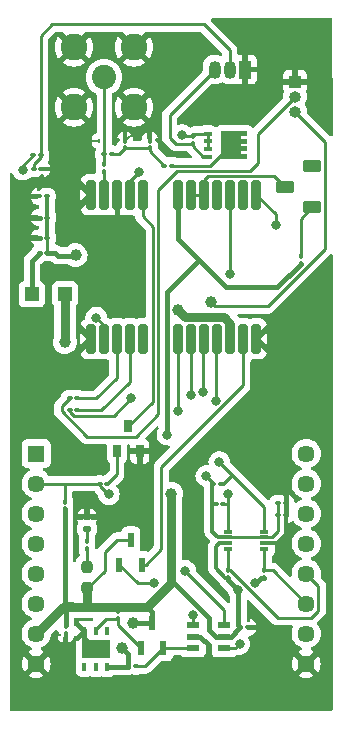
<source format=gbr>
%TF.GenerationSoftware,KiCad,Pcbnew,8.0.2*%
%TF.CreationDate,2024-07-30T14:29:59+02:00*%
%TF.ProjectId,lc29h_mikrobus_PCB,6c633239-685f-46d6-996b-726f6275735f,rev?*%
%TF.SameCoordinates,Original*%
%TF.FileFunction,Copper,L1,Top*%
%TF.FilePolarity,Positive*%
%FSLAX46Y46*%
G04 Gerber Fmt 4.6, Leading zero omitted, Abs format (unit mm)*
G04 Created by KiCad (PCBNEW 8.0.2) date 2024-07-30 14:29:59*
%MOMM*%
%LPD*%
G01*
G04 APERTURE LIST*
G04 Aperture macros list*
%AMRoundRect*
0 Rectangle with rounded corners*
0 $1 Rounding radius*
0 $2 $3 $4 $5 $6 $7 $8 $9 X,Y pos of 4 corners*
0 Add a 4 corners polygon primitive as box body*
4,1,4,$2,$3,$4,$5,$6,$7,$8,$9,$2,$3,0*
0 Add four circle primitives for the rounded corners*
1,1,$1+$1,$2,$3*
1,1,$1+$1,$4,$5*
1,1,$1+$1,$6,$7*
1,1,$1+$1,$8,$9*
0 Add four rect primitives between the rounded corners*
20,1,$1+$1,$2,$3,$4,$5,0*
20,1,$1+$1,$4,$5,$6,$7,0*
20,1,$1+$1,$6,$7,$8,$9,0*
20,1,$1+$1,$8,$9,$2,$3,0*%
%AMFreePoly0*
4,1,17,1.395000,0.765000,0.855000,0.765000,0.855000,0.535000,1.395000,0.535000,1.395000,0.115000,0.855000,0.115000,0.855000,-0.115000,1.395000,-0.115000,1.395000,-0.535000,0.855000,-0.535000,0.855000,-0.765000,1.395000,-0.765000,1.395000,-1.185000,-0.855000,-1.185000,-0.855000,1.185000,1.395000,1.185000,1.395000,0.765000,1.395000,0.765000,$1*%
G04 Aperture macros list end*
%TA.AperFunction,ComponentPad*%
%ADD10R,1.445000X1.445000*%
%TD*%
%TA.AperFunction,ComponentPad*%
%ADD11C,1.445000*%
%TD*%
%TA.AperFunction,SMDPad,CuDef*%
%ADD12RoundRect,0.147500X-0.172500X0.147500X-0.172500X-0.147500X0.172500X-0.147500X0.172500X0.147500X0*%
%TD*%
%TA.AperFunction,SMDPad,CuDef*%
%ADD13RoundRect,0.100000X-0.130000X-0.100000X0.130000X-0.100000X0.130000X0.100000X-0.130000X0.100000X0*%
%TD*%
%TA.AperFunction,SMDPad,CuDef*%
%ADD14RoundRect,0.100000X0.130000X0.100000X-0.130000X0.100000X-0.130000X-0.100000X0.130000X-0.100000X0*%
%TD*%
%TA.AperFunction,SMDPad,CuDef*%
%ADD15R,0.450000X0.750000*%
%TD*%
%TA.AperFunction,SMDPad,CuDef*%
%ADD16R,2.400000X1.600000*%
%TD*%
%TA.AperFunction,SMDPad,CuDef*%
%ADD17R,1.200000X1.200000*%
%TD*%
%TA.AperFunction,ComponentPad*%
%ADD18R,1.000000X1.000000*%
%TD*%
%TA.AperFunction,ComponentPad*%
%ADD19O,1.000000X1.000000*%
%TD*%
%TA.AperFunction,SMDPad,CuDef*%
%ADD20R,0.800000X0.300000*%
%TD*%
%TA.AperFunction,SMDPad,CuDef*%
%ADD21RoundRect,0.100000X-0.100000X0.130000X-0.100000X-0.130000X0.100000X-0.130000X0.100000X0.130000X0*%
%TD*%
%TA.AperFunction,SMDPad,CuDef*%
%ADD22RoundRect,0.105000X-0.245000X-0.105000X0.245000X-0.105000X0.245000X0.105000X-0.245000X0.105000X0*%
%TD*%
%TA.AperFunction,SMDPad,CuDef*%
%ADD23FreePoly0,0.000000*%
%TD*%
%TA.AperFunction,SMDPad,CuDef*%
%ADD24RoundRect,0.100000X0.100000X-0.130000X0.100000X0.130000X-0.100000X0.130000X-0.100000X-0.130000X0*%
%TD*%
%TA.AperFunction,SMDPad,CuDef*%
%ADD25RoundRect,0.250000X0.550000X-0.250000X0.550000X0.250000X-0.550000X0.250000X-0.550000X-0.250000X0*%
%TD*%
%TA.AperFunction,SMDPad,CuDef*%
%ADD26R,0.244000X0.300000*%
%TD*%
%TA.AperFunction,SMDPad,CuDef*%
%ADD27RoundRect,0.237500X0.237500X-0.250000X0.237500X0.250000X-0.237500X0.250000X-0.237500X-0.250000X0*%
%TD*%
%TA.AperFunction,ComponentPad*%
%ADD28C,2.050000*%
%TD*%
%TA.AperFunction,ComponentPad*%
%ADD29C,2.250000*%
%TD*%
%TA.AperFunction,SMDPad,CuDef*%
%ADD30R,1.125000X0.600000*%
%TD*%
%TA.AperFunction,SMDPad,CuDef*%
%ADD31RoundRect,0.200000X-0.200000X1.050000X-0.200000X-1.050000X0.200000X-1.050000X0.200000X1.050000X0*%
%TD*%
%TA.AperFunction,ComponentPad*%
%ADD32R,1.050000X1.500000*%
%TD*%
%TA.AperFunction,ComponentPad*%
%ADD33O,1.050000X1.500000*%
%TD*%
%TA.AperFunction,SMDPad,CuDef*%
%ADD34R,0.600000X1.250000*%
%TD*%
%TA.AperFunction,SMDPad,CuDef*%
%ADD35R,0.650000X1.100000*%
%TD*%
%TA.AperFunction,ViaPad*%
%ADD36C,0.800000*%
%TD*%
%TA.AperFunction,ViaPad*%
%ADD37C,1.000000*%
%TD*%
%TA.AperFunction,Conductor*%
%ADD38C,0.400000*%
%TD*%
%TA.AperFunction,Conductor*%
%ADD39C,0.200000*%
%TD*%
%TA.AperFunction,Conductor*%
%ADD40C,0.300000*%
%TD*%
%TA.AperFunction,Conductor*%
%ADD41C,0.800000*%
%TD*%
%TA.AperFunction,Conductor*%
%ADD42C,0.250000*%
%TD*%
G04 APERTURE END LIST*
D10*
%TO.P,IC1,1,AN*%
%TO.N,unconnected-(IC1-AN-Pad1)*%
X126093000Y-75221000D03*
D11*
%TO.P,IC1,2,RST*%
%TO.N,RST*%
X126093000Y-77761000D03*
%TO.P,IC1,3,CS*%
%TO.N,CE_HOST*%
X126093000Y-80301000D03*
%TO.P,IC1,4,SCK*%
%TO.N,unconnected-(IC1-SCK-Pad4)*%
X126093000Y-82841000D03*
%TO.P,IC1,5,MISO*%
%TO.N,unconnected-(IC1-MISO-Pad5)*%
X126093000Y-85381000D03*
%TO.P,IC1,6,MOSI*%
%TO.N,unconnected-(IC1-MOSI-Pad6)*%
X126093000Y-87921000D03*
%TO.P,IC1,7,+3.3V*%
%TO.N,VCC*%
X126093000Y-90461000D03*
%TO.P,IC1,8,GND_1*%
%TO.N,GND*%
X126093000Y-93001000D03*
%TO.P,IC1,9,PWM*%
%TO.N,WUP*%
X148953000Y-75221000D03*
%TO.P,IC1,10,INT*%
%TO.N,1PPS*%
X148953000Y-77761000D03*
%TO.P,IC1,11,RX*%
%TO.N,TX1*%
X148953000Y-80301000D03*
%TO.P,IC1,12,TX*%
%TO.N,RX1*%
X148953000Y-82841000D03*
%TO.P,IC1,13,SCL*%
%TO.N,SCL*%
X148953000Y-85381000D03*
%TO.P,IC1,14,SDA*%
%TO.N,SDA*%
X148953000Y-87921000D03*
%TO.P,IC1,15,+5V*%
%TO.N,unconnected-(IC1-+5V-Pad15)*%
X148953000Y-90461000D03*
%TO.P,IC1,16,GND_2*%
%TO.N,GND*%
X148953000Y-93001000D03*
%TD*%
D12*
%TO.P,D1,1,K*%
%TO.N,GND*%
X130393000Y-80623500D03*
%TO.P,D1,2,A*%
%TO.N,Net-(D1-A)*%
X130393000Y-81593500D03*
%TD*%
D13*
%TO.P,R13,1*%
%TO.N,RST*%
X131453000Y-77771000D03*
%TO.P,R13,2*%
%TO.N,Net-(Q3-B)*%
X132093000Y-77771000D03*
%TD*%
D14*
%TO.P,R18,1*%
%TO.N,Net-(U2-RXD2)*%
X129568000Y-71521000D03*
%TO.P,R18,2*%
%TO.N,Net-(J2-Pin_3)*%
X128928000Y-71521000D03*
%TD*%
D15*
%TO.P,IC2,1,N.C.*%
%TO.N,unconnected-(IC2-N.C.-Pad1)*%
X132079500Y-90247000D03*
%TO.P,IC2,2,IO*%
%TO.N,Net-(IC2-IO)*%
X131129500Y-90247000D03*
%TO.P,IC2,3,GND*%
%TO.N,GND*%
X130179500Y-90247000D03*
%TO.P,IC2,4,PIOB*%
%TO.N,unconnected-(IC2-PIOB-Pad4)*%
X130179500Y-93247000D03*
%TO.P,IC2,5,PIOA*%
%TO.N,unconnected-(IC2-PIOA-Pad5)*%
X131129500Y-93247000D03*
%TO.P,IC2,6,CEXT*%
%TO.N,VCC*%
X132079500Y-93247000D03*
D16*
%TO.P,IC2,7,EP*%
%TO.N,GND*%
X131129500Y-91747000D03*
%TD*%
D17*
%TO.P,D2,1,K*%
%TO.N,Net-(D2-K)*%
X125725500Y-61731000D03*
%TO.P,D2,2,A*%
%TO.N,VCC*%
X128525500Y-61731000D03*
%TD*%
D18*
%TO.P,J2,1,Pin_1*%
%TO.N,GND*%
X148003000Y-43721000D03*
D19*
%TO.P,J2,2,Pin_2*%
%TO.N,Net-(J2-Pin_2)*%
X148003000Y-44991000D03*
%TO.P,J2,3,Pin_3*%
%TO.N,Net-(J2-Pin_3)*%
X148003000Y-46261000D03*
%TD*%
D14*
%TO.P,C4,1*%
%TO.N,VBCK*%
X127003000Y-53431000D03*
%TO.P,C4,2*%
%TO.N,GND*%
X126363000Y-53431000D03*
%TD*%
D13*
%TO.P,R4,1*%
%TO.N,ANT_ON*%
X125838000Y-49971000D03*
%TO.P,R4,2*%
%TO.N,Net-(Q1-B)*%
X126478000Y-49971000D03*
%TD*%
D14*
%TO.P,C2,1*%
%TO.N,VBCK*%
X127048000Y-56931000D03*
%TO.P,C2,2*%
%TO.N,GND*%
X126408000Y-56931000D03*
%TD*%
D20*
%TO.P,U1,1,B2*%
%TO.N,SDA*%
X145393000Y-83321000D03*
%TO.P,U1,2,GND*%
%TO.N,GND*%
X145393000Y-82821000D03*
%TO.P,U1,3,VCCA*%
%TO.N,VDD_EXT*%
X145393000Y-82321000D03*
%TO.P,U1,4,A2*%
%TO.N,mSDA*%
X145393000Y-81821000D03*
%TO.P,U1,5,A1*%
%TO.N,mSCL*%
X142293000Y-81821000D03*
%TO.P,U1,6,OE*%
%TO.N,VDD_EXT*%
X142293000Y-82321000D03*
%TO.P,U1,7,VCCB*%
%TO.N,VCC*%
X142293000Y-82821000D03*
%TO.P,U1,8,B1*%
%TO.N,SCL*%
X142293000Y-83321000D03*
%TD*%
D21*
%TO.P,R5,1*%
%TO.N,VDD_RF*%
X139343000Y-48351000D03*
%TO.P,R5,2*%
%TO.N,Net-(Q1-C)*%
X139343000Y-48991000D03*
%TD*%
D14*
%TO.P,R12,1*%
%TO.N,VBCK*%
X127048000Y-58231000D03*
%TO.P,R12,2*%
%TO.N,Net-(D2-K)*%
X126408000Y-58231000D03*
%TD*%
D22*
%TO.P,Q2,1,S*%
%TO.N,VDD_RF*%
X140603000Y-48121000D03*
%TO.P,Q2,2,S*%
X140603000Y-48771000D03*
%TO.P,Q2,3,S*%
X140603000Y-49421000D03*
%TO.P,Q2,4,G*%
%TO.N,Net-(Q1-C)*%
X140603000Y-50071000D03*
D23*
%TO.P,Q2,5,D*%
%TO.N,Net-(Q2-D)*%
X142558000Y-49096000D03*
%TD*%
D14*
%TO.P,R15,1*%
%TO.N,Net-(IC3-Y0)*%
X134513000Y-93221000D03*
%TO.P,R15,2*%
%TO.N,VCC*%
X133873000Y-93221000D03*
%TD*%
D24*
%TO.P,C6,1*%
%TO.N,Net-(C5-Pad1)*%
X135713000Y-49361000D03*
%TO.P,C6,2*%
%TO.N,GND*%
X135713000Y-48721000D03*
%TD*%
D21*
%TO.P,C7,1*%
%TO.N,Net-(J1-In)*%
X131833000Y-50706000D03*
%TO.P,C7,2*%
%TO.N,RF_IN*%
X131833000Y-51346000D03*
%TD*%
D14*
%TO.P,C3,1*%
%TO.N,VBCK*%
X127048000Y-55231000D03*
%TO.P,C3,2*%
%TO.N,GND*%
X126408000Y-55231000D03*
%TD*%
D24*
%TO.P,R14,1*%
%TO.N,VDD_EXT*%
X148493000Y-59141000D03*
%TO.P,R14,2*%
%TO.N,Net-(SW1-C)*%
X148493000Y-58501000D03*
%TD*%
D21*
%TO.P,C9,1*%
%TO.N,VCC*%
X128593000Y-89856000D03*
%TO.P,C9,2*%
%TO.N,GND*%
X128593000Y-90496000D03*
%TD*%
D25*
%TO.P,SW1,1,C*%
%TO.N,Net-(SW1-C)*%
X149443000Y-54371000D03*
%TO.P,SW1,2,B*%
%TO.N,Net-(SW1-B)*%
X147143000Y-52621000D03*
%TO.P,SW1,3,A*%
%TO.N,unconnected-(SW1-A-Pad3)*%
X149443000Y-50871000D03*
%TD*%
D21*
%TO.P,R16,1*%
%TO.N,VCC*%
X132993000Y-88581000D03*
%TO.P,R16,2*%
%TO.N,Net-(IC2-IO)*%
X132993000Y-89221000D03*
%TD*%
D13*
%TO.P,R3,1*%
%TO.N,VDD_EXT*%
X146573000Y-80421000D03*
%TO.P,R3,2*%
%TO.N,GND*%
X147213000Y-80421000D03*
%TD*%
D26*
%TO.P,D3,1,1*%
%TO.N,GND*%
X131421000Y-48721000D03*
%TO.P,D3,2,2*%
%TO.N,Net-(J1-In)*%
X131833000Y-48721000D03*
%TD*%
D24*
%TO.P,R10,1*%
%TO.N,VCC*%
X142293000Y-85721000D03*
%TO.P,R10,2*%
%TO.N,SCL*%
X142293000Y-85081000D03*
%TD*%
D14*
%TO.P,L1,1,1*%
%TO.N,Net-(C5-Pad1)*%
X132473000Y-49831000D03*
%TO.P,L1,2,2*%
%TO.N,Net-(J1-In)*%
X131833000Y-49831000D03*
%TD*%
%TO.P,R19,1*%
%TO.N,Net-(U2-TXD2)*%
X129568000Y-70521000D03*
%TO.P,R19,2*%
%TO.N,Net-(J2-Pin_2)*%
X128928000Y-70521000D03*
%TD*%
D24*
%TO.P,R2,1*%
%TO.N,Net-(R1-Pad2)*%
X130393000Y-83278500D03*
%TO.P,R2,2*%
%TO.N,Net-(D1-A)*%
X130393000Y-82638500D03*
%TD*%
D27*
%TO.P,R1,1*%
%TO.N,VCC*%
X130393000Y-86633500D03*
%TO.P,R1,2*%
%TO.N,Net-(R1-Pad2)*%
X130393000Y-84808500D03*
%TD*%
D24*
%TO.P,R17,1*%
%TO.N,VCC*%
X128493000Y-79941000D03*
%TO.P,R17,2*%
%TO.N,RST*%
X128493000Y-79301000D03*
%TD*%
D13*
%TO.P,R6,1*%
%TO.N,Net-(Q1-B)*%
X125878000Y-51121000D03*
%TO.P,R6,2*%
%TO.N,GND*%
X126518000Y-51121000D03*
%TD*%
D28*
%TO.P,J1,1,In*%
%TO.N,Net-(J1-In)*%
X131833000Y-43361000D03*
D29*
%TO.P,J1,2,Ext*%
%TO.N,GND*%
X129293000Y-40821000D03*
X129293000Y-45901000D03*
X134373000Y-40821000D03*
X134373000Y-45901000D03*
%TD*%
D24*
%TO.P,R11,1*%
%TO.N,VCC*%
X145393000Y-85721000D03*
%TO.P,R11,2*%
%TO.N,SDA*%
X145393000Y-85081000D03*
%TD*%
D13*
%TO.P,R8,1*%
%TO.N,VDD_EXT*%
X141073000Y-77821000D03*
%TO.P,R8,2*%
%TO.N,mSDA*%
X141713000Y-77821000D03*
%TD*%
D24*
%TO.P,C5,1*%
%TO.N,Net-(C5-Pad1)*%
X133603000Y-49366000D03*
%TO.P,C5,2*%
%TO.N,GND*%
X133603000Y-48726000D03*
%TD*%
D13*
%TO.P,C1,1*%
%TO.N,VDD_EXT*%
X146573000Y-79421000D03*
%TO.P,C1,2*%
%TO.N,GND*%
X147213000Y-79421000D03*
%TD*%
D30*
%TO.P,IC3,1,Y1*%
%TO.N,CE*%
X139371000Y-89771000D03*
%TO.P,IC3,2,GND*%
%TO.N,GND*%
X139371000Y-90721000D03*
%TO.P,IC3,3,Y0*%
%TO.N,Net-(IC3-Y0)*%
X139371000Y-91671000D03*
%TO.P,IC3,4,Z*%
%TO.N,CE_HOST*%
X141995000Y-91671000D03*
%TO.P,IC3,5,VCC*%
%TO.N,VCC*%
X141995000Y-90721000D03*
%TO.P,IC3,6,S*%
%TO.N,RST*%
X141995000Y-89771000D03*
%TD*%
D13*
%TO.P,R7,1*%
%TO.N,VDD_EXT*%
X141273000Y-79521000D03*
%TO.P,R7,2*%
%TO.N,mSCL*%
X141913000Y-79521000D03*
%TD*%
D14*
%TO.P,R9,1*%
%TO.N,Net-(Q2-D)*%
X137573000Y-50831000D03*
%TO.P,R9,2*%
%TO.N,Net-(C5-Pad1)*%
X136933000Y-50831000D03*
%TD*%
D31*
%TO.P,U2,1,WAKE_UP*%
%TO.N,WUP*%
X144733000Y-53291000D03*
%TO.P,U2,2,FWD*%
%TO.N,unconnected-(U2-FWD-Pad2)*%
X143633000Y-53291000D03*
%TO.P,U2,3,1PPS*%
%TO.N,1PPS*%
X142533000Y-53291000D03*
%TO.P,U2,4,WHEELTICK*%
%TO.N,unconnected-(U2-WHEELTICK-Pad4)*%
X141433000Y-53291000D03*
%TO.P,U2,5,D_SEL1*%
%TO.N,Net-(SW1-B)*%
X140333000Y-53291000D03*
%TO.P,U2,6,D_SEL2*%
X139233000Y-53291000D03*
%TO.P,U2,7,VDD_EXT*%
%TO.N,VDD_EXT*%
X138133000Y-53291000D03*
%TO.P,U2,8,RESET_N*%
%TO.N,Net-(Q3-C)*%
X135133000Y-53291000D03*
%TO.P,U2,9,VDD_RF*%
%TO.N,VDD_RF*%
X134033000Y-53291000D03*
%TO.P,U2,10,GND*%
%TO.N,GND*%
X132933000Y-53291000D03*
%TO.P,U2,11,RF_IN*%
%TO.N,RF_IN*%
X131833000Y-53291000D03*
%TO.P,U2,12,GND*%
%TO.N,GND*%
X130733000Y-53291000D03*
%TO.P,U2,13,GND*%
X130733000Y-65491000D03*
%TO.P,U2,14,ANT_ON*%
%TO.N,ANT_ON*%
X131833000Y-65491000D03*
%TO.P,U2,15,TXD2*%
%TO.N,Net-(U2-TXD2)*%
X132933000Y-65491000D03*
%TO.P,U2,16,RXD2*%
%TO.N,Net-(U2-RXD2)*%
X134033000Y-65491000D03*
%TO.P,U2,17,WI*%
%TO.N,unconnected-(U2-WI-Pad17)*%
X135133000Y-65491000D03*
%TO.P,U2,18,I2C_SDA/SPI_CS*%
%TO.N,mSDA*%
X138133000Y-65491000D03*
%TO.P,U2,19,I2C_SCL/SPI_CLK*%
%TO.N,mSCL*%
X139233000Y-65491000D03*
%TO.P,U2,20,TXD1/SPI_MISO*%
%TO.N,TX1*%
X140333000Y-65491000D03*
%TO.P,U2,21,RXD1/SPI_MOSI*%
%TO.N,RX1*%
X141433000Y-65491000D03*
%TO.P,U2,22,V_BCKP*%
%TO.N,VBCK*%
X142533000Y-65491000D03*
%TO.P,U2,23,VCC*%
%TO.N,Net-(Q5-S)*%
X143633000Y-65491000D03*
%TO.P,U2,24,GND*%
%TO.N,GND*%
X144733000Y-65491000D03*
%TD*%
D32*
%TO.P,Q1,1,E*%
%TO.N,GND*%
X143763000Y-42701000D03*
D33*
%TO.P,Q1,2,B*%
%TO.N,Net-(Q1-B)*%
X142493000Y-42701000D03*
%TO.P,Q1,3,C*%
%TO.N,Net-(Q1-C)*%
X141223000Y-42701000D03*
%TD*%
D34*
%TO.P,Q4,1,G*%
%TO.N,Net-(IC2-IO)*%
X134938000Y-91671000D03*
%TO.P,Q4,2,S*%
%TO.N,Net-(IC3-Y0)*%
X136848000Y-91671000D03*
%TO.P,Q4,3,D*%
%TO.N,VCC*%
X135893000Y-89571000D03*
%TD*%
%TO.P,Q5,1,G*%
%TO.N,CE*%
X133138000Y-84621000D03*
%TO.P,Q5,2,S*%
%TO.N,Net-(Q5-S)*%
X135048000Y-84621000D03*
%TO.P,Q5,3,D*%
%TO.N,VCC*%
X134093000Y-82521000D03*
%TD*%
D35*
%TO.P,Q3,1,B*%
%TO.N,Net-(Q3-B)*%
X132933000Y-75021000D03*
%TO.P,Q3,2,E*%
%TO.N,GND*%
X134853000Y-75021000D03*
%TO.P,Q3,3,C*%
%TO.N,Net-(Q3-C)*%
X133893000Y-72921000D03*
%TD*%
D13*
%TO.P,C8,1*%
%TO.N,VCC*%
X143373000Y-89921000D03*
%TO.P,C8,2*%
%TO.N,GND*%
X144013000Y-89921000D03*
%TD*%
D36*
%TO.N,GND*%
X130893000Y-75771000D03*
X146093000Y-70721000D03*
X144043000Y-73771000D03*
X129333000Y-49746000D03*
X134093000Y-77971000D03*
X139443000Y-80271000D03*
D37*
%TO.N,VCC*%
X128513000Y-65801000D03*
X133363000Y-91661000D03*
X137513000Y-78601000D03*
X134263000Y-89601000D03*
D36*
X143214488Y-86799511D03*
X144643000Y-86171000D03*
%TO.N,1PPS*%
X142500107Y-60028107D03*
%TO.N,TX1*%
X140193000Y-70021000D03*
%TO.N,CE_HOST*%
X143313000Y-91321000D03*
%TO.N,RX1*%
X141293000Y-70726000D03*
%TO.N,RST*%
X132247056Y-78666944D03*
X138693000Y-85121000D03*
%TO.N,WUP*%
X146393000Y-55821000D03*
%TO.N,CE*%
X136083000Y-86191000D03*
X139393000Y-88921000D03*
%TO.N,VDD_EXT*%
X137193000Y-73621000D03*
X140493000Y-77121000D03*
%TO.N,mSDA*%
X141593000Y-75921000D03*
X138093000Y-71621000D03*
%TO.N,mSCL*%
X142293000Y-78621000D03*
X139193000Y-70221000D03*
%TO.N,VDD_RF*%
X138453000Y-48261000D03*
X134793000Y-51341000D03*
D37*
%TO.N,VBCK*%
X129423000Y-58421000D03*
X138063000Y-63041000D03*
D36*
%TO.N,ANT_ON*%
X131177101Y-63696885D03*
X124943000Y-51171000D03*
%TO.N,Net-(J2-Pin_3)*%
X134113000Y-70551000D03*
D37*
X140893000Y-62361000D03*
%TD*%
D38*
%TO.N,GND*%
X147213000Y-80421000D02*
X147213000Y-79421000D01*
X132943000Y-53346000D02*
X132943000Y-55796000D01*
X140693000Y-91421000D02*
X140693000Y-92171000D01*
D39*
X134413000Y-48341000D02*
X134000000Y-48341000D01*
X134000000Y-48341000D02*
X133613000Y-48728000D01*
D40*
X146443000Y-82821000D02*
X145393000Y-82821000D01*
D38*
X126408000Y-56931000D02*
X125778000Y-56931000D01*
D40*
X147213000Y-80421000D02*
X147213000Y-82051000D01*
D39*
X131360000Y-48711000D02*
X130626000Y-48711000D01*
D38*
X144013000Y-89921000D02*
X144693000Y-89921000D01*
X130179500Y-90797000D02*
X131129500Y-91747000D01*
X130179500Y-90247000D02*
X130179500Y-90797000D01*
D39*
X135723000Y-48201000D02*
X135723000Y-48718000D01*
D38*
X147213000Y-79421000D02*
X147213000Y-78641000D01*
X147213000Y-78641000D02*
X147193000Y-78621000D01*
D40*
X147213000Y-82051000D02*
X146443000Y-82821000D01*
D38*
X139983000Y-90721000D02*
X140683000Y-91421000D01*
X139381000Y-90721000D02*
X139993000Y-90721000D01*
X126408000Y-55231000D02*
X125728000Y-55231000D01*
D41*
%TO.N,VCC*%
X137513000Y-85301000D02*
X137493000Y-85321000D01*
D38*
X135893000Y-89571000D02*
X134293000Y-89571000D01*
D42*
X131903000Y-85123500D02*
X130393000Y-86633500D01*
D41*
X126093000Y-90461000D02*
X128343000Y-88211000D01*
D40*
X142293000Y-85721000D02*
X142092116Y-85721000D01*
D38*
X133193000Y-93247000D02*
X132079500Y-93247000D01*
D41*
X128343000Y-88211000D02*
X130393000Y-88211000D01*
D40*
X141293000Y-83111000D02*
X141583000Y-82821000D01*
D38*
X143214488Y-86799511D02*
X143293000Y-86878023D01*
X143214488Y-86799511D02*
X142293000Y-85878023D01*
D41*
X137493000Y-85321000D02*
X137493000Y-86206000D01*
D38*
X143214488Y-86799511D02*
X143214488Y-89762488D01*
D41*
X130393000Y-86633500D02*
X130393000Y-88211000D01*
D38*
X144643000Y-86171000D02*
X145093000Y-85721000D01*
D42*
X128593000Y-88461000D02*
X129093000Y-87961000D01*
D38*
X142589913Y-90721000D02*
X141292500Y-90721000D01*
X145093000Y-85721000D02*
X145393000Y-85721000D01*
X133873000Y-93221000D02*
X133847000Y-93247000D01*
D41*
X137513000Y-78601000D02*
X137513000Y-85301000D01*
X128513000Y-61743500D02*
X128525500Y-61731000D01*
D38*
X133363000Y-91661000D02*
X133873000Y-92171000D01*
X141292500Y-90721000D02*
X140693000Y-90121500D01*
D41*
X134293000Y-89571000D02*
X134263000Y-89601000D01*
D40*
X141293000Y-84921884D02*
X141293000Y-83111000D01*
D38*
X140693000Y-89117913D02*
X137781087Y-86206000D01*
X143293000Y-90017913D02*
X142589913Y-90721000D01*
D41*
X128513000Y-65801000D02*
X128513000Y-61743500D01*
D42*
X131903000Y-83551000D02*
X131903000Y-85123500D01*
D38*
X133873000Y-92171000D02*
X133873000Y-93221000D01*
X135893000Y-89571000D02*
X135893000Y-88616000D01*
D42*
X128593000Y-88461000D02*
X128343000Y-88211000D01*
X132933000Y-82521000D02*
X134093000Y-82521000D01*
X128593000Y-88621000D02*
X128593000Y-88461000D01*
D38*
X137781087Y-86206000D02*
X137493000Y-86206000D01*
X143214488Y-89762488D02*
X143373000Y-89921000D01*
D41*
X137493000Y-86206000D02*
X135488000Y-88211000D01*
D38*
X128493000Y-87961000D02*
X128493000Y-79941000D01*
D41*
X130393000Y-88211000D02*
X135488000Y-88211000D01*
D38*
X129093000Y-87961000D02*
X128493000Y-87961000D01*
D42*
X131903000Y-83551000D02*
X132933000Y-82521000D01*
D38*
X135893000Y-88616000D02*
X135488000Y-88211000D01*
D40*
X141583000Y-82821000D02*
X142293000Y-82821000D01*
X142092116Y-85721000D02*
X141293000Y-84921884D01*
D38*
X128593000Y-89771000D02*
X128593000Y-88621000D01*
X133847000Y-93247000D02*
X133193000Y-93247000D01*
X142293000Y-85878023D02*
X142293000Y-85721000D01*
X140693000Y-90121500D02*
X140693000Y-89117913D01*
D42*
%TO.N,1PPS*%
X142533000Y-55181000D02*
X142533000Y-53291000D01*
X142500107Y-60028107D02*
X142493000Y-60021000D01*
X142493000Y-60021000D02*
X142493000Y-55221000D01*
X142493000Y-55221000D02*
X142533000Y-55181000D01*
%TO.N,TX1*%
X140193000Y-65826000D02*
X140333000Y-65826000D01*
X140193000Y-70021000D02*
X140193000Y-65826000D01*
%TO.N,CE_HOST*%
X142963000Y-91671000D02*
X142005000Y-91671000D01*
X143313000Y-91321000D02*
X142963000Y-91671000D01*
%TO.N,RX1*%
X141293000Y-70726000D02*
X141293000Y-65831108D01*
%TO.N,SCL*%
X142492999Y-85081000D02*
X146532999Y-89121000D01*
X149393000Y-89121000D02*
X149993000Y-88521000D01*
X142293000Y-83321000D02*
X142293000Y-85081000D01*
X142293000Y-85081000D02*
X142492999Y-85081000D01*
X146532999Y-89121000D02*
X149393000Y-89121000D01*
X149993000Y-86421000D02*
X148953000Y-85381000D01*
X149993000Y-88521000D02*
X149993000Y-86421000D01*
%TO.N,SDA*%
X145393000Y-85081000D02*
X146113000Y-85081000D01*
X145393000Y-83321000D02*
X145393000Y-85081000D01*
X146113000Y-85081000D02*
X148953000Y-87921000D01*
%TO.N,RST*%
X132183416Y-78666944D02*
X131453000Y-77936528D01*
X132247056Y-78666944D02*
X132183416Y-78666944D01*
X131453000Y-77771000D02*
X129093000Y-77771000D01*
X138693000Y-85121000D02*
X142005000Y-88433000D01*
X131453000Y-77936528D02*
X131453000Y-77771000D01*
X142005000Y-88433000D02*
X142005000Y-89771000D01*
X128493000Y-79301000D02*
X128493000Y-77771000D01*
X128493000Y-77771000D02*
X129093000Y-77771000D01*
X129093000Y-77771000D02*
X126103000Y-77771000D01*
%TO.N,WUP*%
X146393000Y-55821000D02*
X146393000Y-54951000D01*
X146393000Y-54951000D02*
X144733000Y-53291000D01*
%TO.N,CE*%
X136083000Y-86191000D02*
X134708000Y-86191000D01*
X134708000Y-86191000D02*
X133138000Y-84621000D01*
X139381000Y-88933000D02*
X139393000Y-88921000D01*
X139381000Y-89771000D02*
X139381000Y-88933000D01*
D38*
%TO.N,VDD_EXT*%
X139893000Y-58821000D02*
X142193000Y-61121000D01*
D42*
X141273000Y-79521000D02*
X140993000Y-79521000D01*
X145393000Y-82321000D02*
X146053000Y-82321000D01*
X146053000Y-82321000D02*
X146573000Y-81801000D01*
D38*
X137193000Y-73621000D02*
X137183458Y-73611458D01*
D40*
X141493000Y-82321000D02*
X140993000Y-81821000D01*
X140993000Y-81821000D02*
X140993000Y-79521000D01*
D38*
X146513000Y-61121000D02*
X148493000Y-59141000D01*
X138093000Y-55121000D02*
X138133000Y-55081000D01*
X138133000Y-55081000D02*
X138133000Y-53291000D01*
X138093000Y-55121000D02*
X138093000Y-57021000D01*
D42*
X142293000Y-82321000D02*
X145393000Y-82321000D01*
D38*
X137183458Y-73611458D02*
X137183458Y-61530542D01*
D40*
X140493000Y-77121000D02*
X140993000Y-77621000D01*
D42*
X146573000Y-81801000D02*
X146573000Y-79421000D01*
D38*
X138093000Y-57021000D02*
X139893000Y-58821000D01*
D40*
X142293000Y-82321000D02*
X141493000Y-82321000D01*
D38*
X142193000Y-61121000D02*
X146513000Y-61121000D01*
X137183458Y-61530542D02*
X139893000Y-58821000D01*
D40*
X140993000Y-77621000D02*
X140993000Y-79521000D01*
D42*
%TO.N,mSDA*%
X138093000Y-67321000D02*
X138133000Y-67281000D01*
X142693000Y-77021000D02*
X142793000Y-77121000D01*
X141713000Y-77821000D02*
X141893000Y-77821000D01*
X138093000Y-71621000D02*
X138093000Y-67321000D01*
X141893000Y-77821000D02*
X142693000Y-77021000D01*
X145393000Y-79721000D02*
X145393000Y-81821000D01*
X138133000Y-67281000D02*
X138133000Y-65491000D01*
X141593000Y-75921000D02*
X142793000Y-77121000D01*
X142793000Y-77121000D02*
X145393000Y-79721000D01*
%TO.N,mSCL*%
X141913000Y-79521000D02*
X142293000Y-79521000D01*
X142293000Y-78621000D02*
X142293000Y-79521000D01*
X139233000Y-67281000D02*
X139233000Y-65491000D01*
X142293000Y-81821000D02*
X142293000Y-79521000D01*
X139193000Y-70221000D02*
X139193000Y-67321000D01*
X139193000Y-67321000D02*
X139233000Y-67281000D01*
%TO.N,Net-(J1-In)*%
X131833000Y-43361000D02*
X131833000Y-44461000D01*
X131833000Y-44461000D02*
X131843000Y-44471000D01*
X131746000Y-43628000D02*
X131793000Y-43581000D01*
X131843000Y-48714000D02*
X131836000Y-48721000D01*
X131746000Y-44074000D02*
X131733000Y-44061000D01*
X131836000Y-49828000D02*
X131836000Y-48721000D01*
X131843000Y-44471000D02*
X131843000Y-48714000D01*
X131833000Y-50706000D02*
X131833000Y-49831000D01*
X131833000Y-49831000D02*
X131836000Y-49828000D01*
X131843000Y-43841000D02*
X131843000Y-44471000D01*
%TO.N,VDD_RF*%
X140603000Y-49421000D02*
X140603000Y-48771000D01*
X140603000Y-48121000D02*
X139573000Y-48121000D01*
X139573000Y-48121000D02*
X139343000Y-48351000D01*
X138543000Y-48351000D02*
X138453000Y-48261000D01*
X134793000Y-51341000D02*
X134033000Y-52101000D01*
X139343000Y-48351000D02*
X138543000Y-48351000D01*
X134033000Y-52101000D02*
X134033000Y-53291000D01*
X140603000Y-48771000D02*
X140603000Y-48121000D01*
D40*
%TO.N,VBCK*%
X127028000Y-56831000D02*
X127028000Y-53431000D01*
D41*
X141961628Y-63661000D02*
X138683000Y-63661000D01*
X142533000Y-65491000D02*
X142533000Y-64232372D01*
X142533000Y-64232372D02*
X141961628Y-63661000D01*
D38*
X129348000Y-58461000D02*
X127918000Y-58461000D01*
D40*
X127003000Y-56856000D02*
X127028000Y-56831000D01*
D41*
X138683000Y-63661000D02*
X138063000Y-63041000D01*
D38*
X127918000Y-58461000D02*
X127688000Y-58231000D01*
D42*
X127048000Y-58211000D02*
X127048000Y-56976000D01*
D38*
X127688000Y-58231000D02*
X127048000Y-58231000D01*
D42*
%TO.N,RF_IN*%
X131833000Y-51346000D02*
X131833000Y-53291000D01*
%TO.N,ANT_ON*%
X131793000Y-65691000D02*
X131673000Y-65571000D01*
X131177101Y-63696885D02*
X131833000Y-64352784D01*
X124943000Y-50866000D02*
X125838000Y-49971000D01*
X131833000Y-64352784D02*
X131833000Y-65491000D01*
X124943000Y-51171000D02*
X124943000Y-50866000D01*
%TO.N,Net-(J2-Pin_3)*%
X150548000Y-57891528D02*
X145703528Y-62736000D01*
X128928000Y-71686528D02*
X128928000Y-71521000D01*
X141268000Y-62736000D02*
X140893000Y-62361000D01*
X134113000Y-70551000D02*
X132638000Y-72026000D01*
X145703528Y-62736000D02*
X141268000Y-62736000D01*
X150548000Y-48806000D02*
X150548000Y-57891528D01*
X132638000Y-72026000D02*
X129267472Y-72026000D01*
X148003000Y-46261000D02*
X150548000Y-48806000D01*
X129267472Y-72026000D02*
X128928000Y-71686528D01*
%TO.N,Net-(J2-Pin_2)*%
X144843000Y-48151000D02*
X144843000Y-50631000D01*
X136423000Y-52911000D02*
X136423000Y-71876000D01*
X128243000Y-71641528D02*
X128243000Y-71206000D01*
X144193000Y-51281000D02*
X138053000Y-51281000D01*
X138053000Y-51281000D02*
X136423000Y-52911000D01*
X134523000Y-73776000D02*
X130377472Y-73776000D01*
X128243000Y-71206000D02*
X128928000Y-70521000D01*
X144843000Y-50631000D02*
X144193000Y-51281000D01*
X136423000Y-71876000D02*
X134523000Y-73776000D01*
X130377472Y-73776000D02*
X128243000Y-71641528D01*
X148003000Y-44991000D02*
X144843000Y-48151000D01*
%TO.N,Net-(C5-Pad1)*%
X133603000Y-49366000D02*
X135708000Y-49366000D01*
X133138000Y-49831000D02*
X133603000Y-49366000D01*
X132473000Y-49831000D02*
X133138000Y-49831000D01*
X135713000Y-49611000D02*
X136933000Y-50831000D01*
X135708000Y-49366000D02*
X135713000Y-49361000D01*
X135713000Y-49361000D02*
X135713000Y-49611000D01*
%TO.N,Net-(D1-A)*%
X130393000Y-82638500D02*
X130393000Y-81593500D01*
D38*
%TO.N,Net-(D2-K)*%
X126408000Y-58231000D02*
X125725500Y-58913500D01*
X125725500Y-58913500D02*
X125725500Y-61731000D01*
D42*
%TO.N,Net-(IC2-IO)*%
X132993000Y-89221000D02*
X132993000Y-89726000D01*
X131129500Y-90247000D02*
X131129500Y-90097000D01*
X132993000Y-89726000D02*
X134938000Y-91671000D01*
X132005500Y-89221000D02*
X132993000Y-89221000D01*
X131129500Y-90097000D02*
X132005500Y-89221000D01*
%TO.N,Net-(IC3-Y0)*%
X136848000Y-91671000D02*
X135298000Y-93221000D01*
X136848000Y-91671000D02*
X139371000Y-91671000D01*
X135298000Y-93221000D02*
X134513000Y-93221000D01*
%TO.N,Net-(Q1-B)*%
X142493000Y-42701000D02*
X142493000Y-41071000D01*
X125878000Y-50736528D02*
X125878000Y-51121000D01*
X126518000Y-50011000D02*
X126478000Y-49971000D01*
X140303000Y-38881000D02*
X127463000Y-38881000D01*
X126478000Y-50136528D02*
X125878000Y-50736528D01*
X126478000Y-49971000D02*
X126478000Y-50136528D01*
X127463000Y-38881000D02*
X126478000Y-39866000D01*
X142493000Y-41071000D02*
X140303000Y-38881000D01*
X126478000Y-39866000D02*
X126478000Y-49971000D01*
%TO.N,Net-(Q1-C)*%
X139343000Y-48991000D02*
X137913000Y-48991000D01*
X137393000Y-48471000D02*
X137393000Y-46531000D01*
X140603000Y-50071000D02*
X140253000Y-50071000D01*
X140253000Y-50071000D02*
X139343000Y-49161000D01*
X139343000Y-49161000D02*
X139343000Y-48991000D01*
X137393000Y-46531000D02*
X141223000Y-42701000D01*
X137913000Y-48991000D02*
X137393000Y-48471000D01*
%TO.N,Net-(Q2-D)*%
X140823000Y-50831000D02*
X137573000Y-50831000D01*
X142558000Y-49096000D02*
X140823000Y-50831000D01*
%TO.N,Net-(Q3-C)*%
X133893000Y-72921000D02*
X135993000Y-70821000D01*
X135093000Y-55121000D02*
X135093000Y-53379112D01*
X135993000Y-56021000D02*
X135093000Y-55121000D01*
X135093000Y-53379112D02*
X135157056Y-53315056D01*
X135993000Y-70821000D02*
X135993000Y-56021000D01*
%TO.N,Net-(Q3-B)*%
X132093000Y-77771000D02*
X132933000Y-76931000D01*
X132933000Y-76931000D02*
X132933000Y-75021000D01*
%TO.N,Net-(Q5-S)*%
X135373000Y-84621000D02*
X135048000Y-84621000D01*
X143633000Y-67281000D02*
X143633000Y-65491000D01*
X143593000Y-67321000D02*
X143593000Y-69423021D01*
X143593000Y-69423021D02*
X136673000Y-76343021D01*
X143593000Y-67321000D02*
X143633000Y-67281000D01*
X136673000Y-83321000D02*
X135373000Y-84621000D01*
X136673000Y-76343021D02*
X136673000Y-83321000D01*
%TO.N,Net-(R1-Pad2)*%
X130393000Y-84808500D02*
X130393000Y-83278500D01*
%TO.N,Net-(SW1-C)*%
X148493000Y-58501000D02*
X148493000Y-55321000D01*
X148493000Y-55321000D02*
X149443000Y-54371000D01*
%TO.N,Net-(U2-RXD2)*%
X131593000Y-71521000D02*
X133993000Y-69121000D01*
X133993000Y-67321000D02*
X134033000Y-67281000D01*
X134033000Y-67281000D02*
X134033000Y-65491000D01*
X129568000Y-71521000D02*
X131593000Y-71521000D01*
X133993000Y-69121000D02*
X133993000Y-67321000D01*
%TO.N,Net-(U2-TXD2)*%
X132893000Y-68821000D02*
X132893000Y-67321000D01*
X132893000Y-67321000D02*
X132933000Y-67281000D01*
X131193000Y-70521000D02*
X132893000Y-68821000D01*
X129568000Y-70521000D02*
X131193000Y-70521000D01*
X132933000Y-67281000D02*
X132933000Y-65491000D01*
%TO.N,Net-(SW1-B)*%
X141088000Y-51736000D02*
X140638000Y-51736000D01*
X140638000Y-51736000D02*
X140333000Y-52041000D01*
X147143000Y-52621000D02*
X146258000Y-51736000D01*
X141098000Y-51736000D02*
X141093000Y-51731000D01*
X146258000Y-51736000D02*
X141098000Y-51736000D01*
X141093000Y-51731000D02*
X141088000Y-51736000D01*
X139233000Y-53291000D02*
X140333000Y-53291000D01*
X140333000Y-52041000D02*
X140333000Y-53291000D01*
%TD*%
%TA.AperFunction,Conductor*%
%TO.N,GND*%
G36*
X128355731Y-39534185D02*
G01*
X128376373Y-39550819D01*
X128892438Y-40066884D01*
X128890374Y-40067740D01*
X128751156Y-40160762D01*
X128632762Y-40279156D01*
X128539740Y-40418374D01*
X128538884Y-40420438D01*
X127977532Y-39859086D01*
X127974282Y-39862893D01*
X127840636Y-40080984D01*
X127840634Y-40080987D01*
X127742752Y-40317297D01*
X127683042Y-40566010D01*
X127662975Y-40821000D01*
X127683042Y-41075989D01*
X127742752Y-41324702D01*
X127840634Y-41561012D01*
X127840636Y-41561015D01*
X127974277Y-41779098D01*
X127974284Y-41779107D01*
X127977533Y-41782912D01*
X128538884Y-41221560D01*
X128539740Y-41223626D01*
X128632762Y-41362844D01*
X128751156Y-41481238D01*
X128890374Y-41574260D01*
X128892437Y-41575114D01*
X128331087Y-42136465D01*
X128334897Y-42139719D01*
X128552984Y-42273363D01*
X128552987Y-42273365D01*
X128789297Y-42371247D01*
X129038011Y-42430957D01*
X129038010Y-42430957D01*
X129293000Y-42451024D01*
X129547989Y-42430957D01*
X129796702Y-42371247D01*
X130033012Y-42273365D01*
X130033015Y-42273363D01*
X130251095Y-42139724D01*
X130251110Y-42139713D01*
X130254911Y-42136466D01*
X130254911Y-42136464D01*
X129693562Y-41575114D01*
X129695626Y-41574260D01*
X129834844Y-41481238D01*
X129953238Y-41362844D01*
X130046260Y-41223626D01*
X130047114Y-41221561D01*
X130608464Y-41782911D01*
X130608466Y-41782911D01*
X130611713Y-41779110D01*
X130611724Y-41779095D01*
X130745363Y-41561015D01*
X130745365Y-41561012D01*
X130843247Y-41324702D01*
X130902957Y-41075989D01*
X130923024Y-40821000D01*
X130902957Y-40566010D01*
X130843247Y-40317297D01*
X130745365Y-40080987D01*
X130745363Y-40080984D01*
X130611719Y-39862897D01*
X130608465Y-39859087D01*
X130047114Y-40420437D01*
X130046260Y-40418374D01*
X129953238Y-40279156D01*
X129834844Y-40160762D01*
X129695626Y-40067740D01*
X129693561Y-40066884D01*
X130209627Y-39550819D01*
X130270950Y-39517334D01*
X130297308Y-39514500D01*
X133368692Y-39514500D01*
X133435731Y-39534185D01*
X133456373Y-39550819D01*
X133972438Y-40066884D01*
X133970374Y-40067740D01*
X133831156Y-40160762D01*
X133712762Y-40279156D01*
X133619740Y-40418374D01*
X133618884Y-40420438D01*
X133057532Y-39859086D01*
X133054282Y-39862893D01*
X132920636Y-40080984D01*
X132920634Y-40080987D01*
X132822752Y-40317297D01*
X132763042Y-40566010D01*
X132742975Y-40821000D01*
X132763042Y-41075989D01*
X132822752Y-41324702D01*
X132920634Y-41561012D01*
X132920636Y-41561015D01*
X133054277Y-41779098D01*
X133054284Y-41779107D01*
X133057533Y-41782912D01*
X133618884Y-41221560D01*
X133619740Y-41223626D01*
X133712762Y-41362844D01*
X133831156Y-41481238D01*
X133970374Y-41574260D01*
X133972437Y-41575114D01*
X133411087Y-42136465D01*
X133414897Y-42139719D01*
X133632984Y-42273363D01*
X133632987Y-42273365D01*
X133869297Y-42371247D01*
X134118011Y-42430957D01*
X134118010Y-42430957D01*
X134373000Y-42451024D01*
X134627989Y-42430957D01*
X134876702Y-42371247D01*
X135113012Y-42273365D01*
X135113015Y-42273363D01*
X135331095Y-42139724D01*
X135331110Y-42139713D01*
X135334911Y-42136466D01*
X135334911Y-42136464D01*
X134773562Y-41575114D01*
X134775626Y-41574260D01*
X134914844Y-41481238D01*
X135033238Y-41362844D01*
X135126260Y-41223626D01*
X135127114Y-41221561D01*
X135688464Y-41782911D01*
X135688466Y-41782911D01*
X135691713Y-41779110D01*
X135691724Y-41779095D01*
X135825363Y-41561015D01*
X135825365Y-41561012D01*
X135923247Y-41324702D01*
X135982957Y-41075989D01*
X136003024Y-40821000D01*
X135982957Y-40566010D01*
X135923247Y-40317297D01*
X135825365Y-40080987D01*
X135825363Y-40080984D01*
X135691719Y-39862897D01*
X135688465Y-39859087D01*
X135127114Y-40420437D01*
X135126260Y-40418374D01*
X135033238Y-40279156D01*
X134914844Y-40160762D01*
X134775626Y-40067740D01*
X134773561Y-40066884D01*
X135289627Y-39550819D01*
X135350950Y-39517334D01*
X135377308Y-39514500D01*
X139989234Y-39514500D01*
X140056273Y-39534185D01*
X140076915Y-39550819D01*
X141823181Y-41297085D01*
X141856666Y-41358408D01*
X141859500Y-41384766D01*
X141859500Y-41435415D01*
X141839815Y-41502454D01*
X141787011Y-41548209D01*
X141717853Y-41558153D01*
X141688048Y-41549976D01*
X141524465Y-41482218D01*
X141524453Y-41482215D01*
X141324794Y-41442500D01*
X141324791Y-41442500D01*
X141121209Y-41442500D01*
X141121206Y-41442500D01*
X140921546Y-41482215D01*
X140921534Y-41482218D01*
X140733460Y-41560120D01*
X140733447Y-41560127D01*
X140564182Y-41673227D01*
X140564178Y-41673230D01*
X140420230Y-41817178D01*
X140420227Y-41817182D01*
X140307127Y-41986447D01*
X140307120Y-41986460D01*
X140229218Y-42174534D01*
X140229215Y-42174546D01*
X140189500Y-42374204D01*
X140189500Y-42787234D01*
X140169815Y-42854273D01*
X140153181Y-42874915D01*
X136989167Y-46038929D01*
X136964797Y-46063299D01*
X136900927Y-46127168D01*
X136831603Y-46230918D01*
X136831598Y-46230927D01*
X136783845Y-46346214D01*
X136783843Y-46346222D01*
X136759500Y-46468601D01*
X136759500Y-48533398D01*
X136783843Y-48655777D01*
X136783845Y-48655785D01*
X136831598Y-48771072D01*
X136831603Y-48771081D01*
X136900928Y-48874832D01*
X136900931Y-48874836D01*
X137509163Y-49483068D01*
X137509167Y-49483071D01*
X137612918Y-49552396D01*
X137612924Y-49552399D01*
X137612925Y-49552400D01*
X137728215Y-49600155D01*
X137850601Y-49624499D01*
X137850605Y-49624500D01*
X137850606Y-49624500D01*
X137975394Y-49624500D01*
X138857511Y-49624500D01*
X138924550Y-49644185D01*
X138932982Y-49650113D01*
X138936124Y-49652524D01*
X138936126Y-49652525D01*
X138940405Y-49655808D01*
X138952598Y-49666502D01*
X139271915Y-49985819D01*
X139305400Y-50047142D01*
X139300416Y-50116834D01*
X139258544Y-50172767D01*
X139193080Y-50197184D01*
X139184234Y-50197500D01*
X138029770Y-50197500D01*
X137982318Y-50188061D01*
X137861853Y-50138163D01*
X137861851Y-50138162D01*
X137861850Y-50138162D01*
X137742885Y-50122500D01*
X137403113Y-50122500D01*
X137276092Y-50139222D01*
X137275919Y-50137910D01*
X137230079Y-50137910D01*
X137229907Y-50139223D01*
X137221850Y-50138162D01*
X137164791Y-50130650D01*
X137100895Y-50102383D01*
X137093296Y-50095392D01*
X136457818Y-49459914D01*
X136424333Y-49398591D01*
X136421499Y-49372233D01*
X136421499Y-49191114D01*
X136405838Y-49072152D01*
X136405838Y-49072150D01*
X136405825Y-49072120D01*
X136405821Y-49072085D01*
X136403734Y-49064296D01*
X136404759Y-49064021D01*
X136397444Y-49008474D01*
X136408961Y-48921000D01*
X136403276Y-48921000D01*
X136336237Y-48901315D01*
X136304900Y-48872486D01*
X136246988Y-48797014D01*
X136220116Y-48776394D01*
X136177084Y-48743374D01*
X136135884Y-48686948D01*
X136131729Y-48617202D01*
X136165942Y-48556281D01*
X136227659Y-48523529D01*
X136252573Y-48521000D01*
X136408959Y-48521000D01*
X136408960Y-48520998D01*
X136397557Y-48434372D01*
X136397555Y-48434366D01*
X136337100Y-48288414D01*
X136240924Y-48163075D01*
X136115586Y-48066899D01*
X135969631Y-48006444D01*
X135913000Y-47998987D01*
X135913000Y-48498500D01*
X135893315Y-48565539D01*
X135840511Y-48611294D01*
X135789000Y-48622500D01*
X135637000Y-48622500D01*
X135569961Y-48602815D01*
X135524206Y-48550011D01*
X135513000Y-48498500D01*
X135513000Y-47998987D01*
X135456368Y-48006444D01*
X135310413Y-48066899D01*
X135185075Y-48163075D01*
X135088899Y-48288413D01*
X135028445Y-48434365D01*
X135028444Y-48434369D01*
X135013000Y-48551669D01*
X135013000Y-48608500D01*
X134993315Y-48675539D01*
X134940511Y-48721294D01*
X134889000Y-48732500D01*
X134426999Y-48732500D01*
X134359960Y-48712815D01*
X134314205Y-48660011D01*
X134302999Y-48608500D01*
X134302999Y-48556675D01*
X134287557Y-48439371D01*
X134287555Y-48439366D01*
X134227100Y-48293414D01*
X134130924Y-48168075D01*
X134005586Y-48071899D01*
X133859631Y-48011444D01*
X133803000Y-48003987D01*
X133803000Y-48503500D01*
X133783315Y-48570539D01*
X133730511Y-48616294D01*
X133679000Y-48627500D01*
X133527000Y-48627500D01*
X133459961Y-48607815D01*
X133414206Y-48555011D01*
X133403000Y-48503500D01*
X133403000Y-48003987D01*
X133346368Y-48011444D01*
X133200413Y-48071899D01*
X133075075Y-48168075D01*
X132978899Y-48293413D01*
X132918445Y-48439365D01*
X132918444Y-48439369D01*
X132907038Y-48526000D01*
X133063427Y-48526000D01*
X133130466Y-48545685D01*
X133176221Y-48598489D01*
X133186165Y-48667647D01*
X133157140Y-48731203D01*
X133138917Y-48748372D01*
X133109336Y-48771072D01*
X133069011Y-48802014D01*
X133020576Y-48865135D01*
X133014937Y-48872486D01*
X133011100Y-48877486D01*
X132954672Y-48918689D01*
X132912724Y-48926000D01*
X132907041Y-48926000D01*
X132907039Y-48926001D01*
X132917077Y-49002256D01*
X132906310Y-49071291D01*
X132859929Y-49123546D01*
X132792660Y-49142430D01*
X132762053Y-49138216D01*
X132761854Y-49138162D01*
X132642892Y-49122500D01*
X132642885Y-49122500D01*
X132593500Y-49122500D01*
X132526461Y-49102815D01*
X132480706Y-49050011D01*
X132469500Y-48998500D01*
X132469500Y-48823796D01*
X132471882Y-48799607D01*
X132476500Y-48776394D01*
X132476500Y-45901000D01*
X132742975Y-45901000D01*
X132763042Y-46155989D01*
X132822752Y-46404702D01*
X132920634Y-46641012D01*
X132920636Y-46641015D01*
X133054277Y-46859098D01*
X133054284Y-46859107D01*
X133057533Y-46862912D01*
X133618884Y-46301560D01*
X133619740Y-46303626D01*
X133712762Y-46442844D01*
X133831156Y-46561238D01*
X133970374Y-46654260D01*
X133972437Y-46655114D01*
X133411087Y-47216465D01*
X133414897Y-47219719D01*
X133632984Y-47353363D01*
X133632987Y-47353365D01*
X133869297Y-47451247D01*
X134118011Y-47510957D01*
X134118010Y-47510957D01*
X134373000Y-47531024D01*
X134627989Y-47510957D01*
X134876702Y-47451247D01*
X135113012Y-47353365D01*
X135113015Y-47353363D01*
X135331095Y-47219724D01*
X135331110Y-47219713D01*
X135334911Y-47216466D01*
X135334911Y-47216464D01*
X134773562Y-46655114D01*
X134775626Y-46654260D01*
X134914844Y-46561238D01*
X135033238Y-46442844D01*
X135126260Y-46303626D01*
X135127114Y-46301561D01*
X135688464Y-46862911D01*
X135688466Y-46862911D01*
X135691713Y-46859110D01*
X135691724Y-46859095D01*
X135825363Y-46641015D01*
X135825365Y-46641012D01*
X135923247Y-46404702D01*
X135982957Y-46155989D01*
X136003024Y-45901000D01*
X135982957Y-45646010D01*
X135923247Y-45397297D01*
X135825365Y-45160987D01*
X135825363Y-45160984D01*
X135691719Y-44942897D01*
X135688465Y-44939087D01*
X135127114Y-45500437D01*
X135126260Y-45498374D01*
X135033238Y-45359156D01*
X134914844Y-45240762D01*
X134775626Y-45147740D01*
X134773561Y-45146884D01*
X135334912Y-44585533D01*
X135331107Y-44582284D01*
X135331098Y-44582277D01*
X135113015Y-44448636D01*
X135113012Y-44448634D01*
X134876702Y-44350752D01*
X134627988Y-44291042D01*
X134627989Y-44291042D01*
X134373000Y-44270975D01*
X134118010Y-44291042D01*
X133869297Y-44350752D01*
X133632987Y-44448634D01*
X133632984Y-44448636D01*
X133414893Y-44582282D01*
X133411086Y-44585532D01*
X133972438Y-45146884D01*
X133970374Y-45147740D01*
X133831156Y-45240762D01*
X133712762Y-45359156D01*
X133619740Y-45498374D01*
X133618884Y-45500438D01*
X133057532Y-44939086D01*
X133054282Y-44942893D01*
X132920636Y-45160984D01*
X132920634Y-45160987D01*
X132822752Y-45397297D01*
X132763042Y-45646010D01*
X132742975Y-45901000D01*
X132476500Y-45901000D01*
X132476500Y-44834637D01*
X132496185Y-44767598D01*
X132535706Y-44728912D01*
X132737156Y-44605464D01*
X132920701Y-44448701D01*
X133077464Y-44265156D01*
X133203584Y-44059347D01*
X133295955Y-43836343D01*
X133352304Y-43601634D01*
X133371242Y-43361000D01*
X133352304Y-43120366D01*
X133295955Y-42885657D01*
X133286906Y-42863809D01*
X133203584Y-42662652D01*
X133077467Y-42456849D01*
X133077466Y-42456847D01*
X133077465Y-42456846D01*
X133077464Y-42456844D01*
X132920701Y-42273299D01*
X132737156Y-42116536D01*
X132737154Y-42116534D01*
X132737152Y-42116533D01*
X132737150Y-42116532D01*
X132531347Y-41990415D01*
X132308343Y-41898044D01*
X132073630Y-41841695D01*
X132073631Y-41841695D01*
X131833000Y-41822758D01*
X131592368Y-41841695D01*
X131357656Y-41898044D01*
X131134652Y-41990415D01*
X130928849Y-42116532D01*
X130928847Y-42116533D01*
X130745299Y-42273299D01*
X130588533Y-42456847D01*
X130588532Y-42456849D01*
X130462415Y-42662652D01*
X130370044Y-42885656D01*
X130313695Y-43120368D01*
X130294758Y-43361000D01*
X130313695Y-43601631D01*
X130370044Y-43836343D01*
X130462415Y-44059347D01*
X130588532Y-44265150D01*
X130588533Y-44265152D01*
X130588534Y-44265154D01*
X130588536Y-44265156D01*
X130745299Y-44448701D01*
X130928844Y-44605464D01*
X130928846Y-44605465D01*
X130928847Y-44605466D01*
X130928849Y-44605467D01*
X131130287Y-44728909D01*
X131134653Y-44731584D01*
X131134657Y-44731585D01*
X131138993Y-44733795D01*
X131138285Y-44735184D01*
X131187339Y-44774695D01*
X131209420Y-44840984D01*
X131209500Y-44845440D01*
X131209500Y-47984639D01*
X131189815Y-48051678D01*
X131137011Y-48097433D01*
X131128834Y-48100821D01*
X131056911Y-48127646D01*
X131056906Y-48127649D01*
X130941812Y-48213809D01*
X130941809Y-48213812D01*
X130855649Y-48328906D01*
X130855645Y-48328913D01*
X130805403Y-48463620D01*
X130805401Y-48463627D01*
X130799000Y-48523155D01*
X130799000Y-48918844D01*
X130805401Y-48978372D01*
X130805403Y-48978379D01*
X130855645Y-49113086D01*
X130855649Y-49113093D01*
X130941809Y-49228187D01*
X130941812Y-49228190D01*
X131056906Y-49314350D01*
X131056913Y-49314354D01*
X131075123Y-49321146D01*
X131131057Y-49363017D01*
X131155474Y-49428481D01*
X131146351Y-49484780D01*
X131110163Y-49572146D01*
X131110161Y-49572151D01*
X131094500Y-49691114D01*
X131094500Y-49970886D01*
X131110160Y-50089842D01*
X131110163Y-50089853D01*
X131173291Y-50242260D01*
X131180760Y-50311729D01*
X131173292Y-50337163D01*
X131140162Y-50417148D01*
X131124500Y-50536107D01*
X131124500Y-50875886D01*
X131141222Y-51002908D01*
X131139910Y-51003080D01*
X131139911Y-51048921D01*
X131141223Y-51049094D01*
X131124500Y-51176107D01*
X131124500Y-51417482D01*
X131104815Y-51484521D01*
X131052011Y-51530276D01*
X130992400Y-51540445D01*
X130992385Y-51540796D01*
X130992385Y-51541000D01*
X130992375Y-51541000D01*
X130992370Y-51541127D01*
X130989574Y-51541000D01*
X130476417Y-51541000D01*
X130405897Y-51547408D01*
X130405892Y-51547409D01*
X130243603Y-51597981D01*
X130098122Y-51685927D01*
X129977927Y-51806122D01*
X129889981Y-51951603D01*
X129889980Y-51951605D01*
X129856048Y-52060493D01*
X129856048Y-52060495D01*
X130888181Y-53092628D01*
X130921666Y-53153951D01*
X130924500Y-53180309D01*
X130924500Y-53401690D01*
X130904815Y-53468729D01*
X130888181Y-53489371D01*
X129856048Y-54521503D01*
X129856048Y-54521505D01*
X129889980Y-54630394D01*
X129889981Y-54630396D01*
X129977927Y-54775877D01*
X130098122Y-54896072D01*
X130243604Y-54984019D01*
X130243603Y-54984019D01*
X130405894Y-55034590D01*
X130405893Y-55034590D01*
X130476427Y-55040999D01*
X130989581Y-55040999D01*
X131060102Y-55034591D01*
X131060107Y-55034590D01*
X131222390Y-54984021D01*
X131223097Y-54983703D01*
X131223662Y-54983624D01*
X131229560Y-54981787D01*
X131229865Y-54982767D01*
X131292308Y-54974132D01*
X131333188Y-54988869D01*
X131333244Y-54988747D01*
X131334831Y-54989461D01*
X131338157Y-54990660D01*
X131340087Y-54991827D01*
X131504351Y-55043013D01*
X131575735Y-55049500D01*
X132090264Y-55049499D01*
X132090272Y-55049499D01*
X132161645Y-55043014D01*
X132161648Y-55043013D01*
X132161649Y-55043013D01*
X132325913Y-54991827D01*
X132327838Y-54990663D01*
X132329440Y-54990239D01*
X132332753Y-54988749D01*
X132333000Y-54989299D01*
X132395387Y-54972819D01*
X132436312Y-54982193D01*
X132436439Y-54981787D01*
X132441708Y-54983428D01*
X132442896Y-54983701D01*
X132443603Y-54984019D01*
X132605894Y-55034590D01*
X132605893Y-55034590D01*
X132676427Y-55040999D01*
X133189581Y-55040999D01*
X133260102Y-55034591D01*
X133260107Y-55034590D01*
X133422390Y-54984021D01*
X133423097Y-54983703D01*
X133423662Y-54983624D01*
X133429560Y-54981787D01*
X133429865Y-54982767D01*
X133492308Y-54974132D01*
X133533188Y-54988869D01*
X133533244Y-54988747D01*
X133534831Y-54989461D01*
X133538157Y-54990660D01*
X133540087Y-54991827D01*
X133704351Y-55043013D01*
X133775735Y-55049500D01*
X134290264Y-55049499D01*
X134290272Y-55049499D01*
X134324279Y-55046409D01*
X134392825Y-55059946D01*
X134443170Y-55108393D01*
X134459500Y-55169900D01*
X134459500Y-55183398D01*
X134483843Y-55305777D01*
X134483845Y-55305785D01*
X134531598Y-55421072D01*
X134531603Y-55421081D01*
X134600928Y-55524832D01*
X134600931Y-55524836D01*
X135323181Y-56247085D01*
X135356666Y-56308408D01*
X135359500Y-56334766D01*
X135359500Y-63608500D01*
X135339815Y-63675539D01*
X135287011Y-63721294D01*
X135235500Y-63732500D01*
X134875727Y-63732500D01*
X134804354Y-63738985D01*
X134804344Y-63738988D01*
X134640093Y-63790170D01*
X134633891Y-63792962D01*
X134564679Y-63802525D01*
X134532109Y-63792962D01*
X134525914Y-63790173D01*
X134434186Y-63761590D01*
X134361649Y-63738987D01*
X134361647Y-63738986D01*
X134361645Y-63738986D01*
X134311667Y-63734444D01*
X134290265Y-63732500D01*
X134290262Y-63732500D01*
X133775727Y-63732500D01*
X133704354Y-63738985D01*
X133704344Y-63738988D01*
X133540093Y-63790170D01*
X133533891Y-63792962D01*
X133464679Y-63802525D01*
X133432109Y-63792962D01*
X133425914Y-63790173D01*
X133334186Y-63761590D01*
X133261649Y-63738987D01*
X133261647Y-63738986D01*
X133261645Y-63738986D01*
X133211667Y-63734444D01*
X133190265Y-63732500D01*
X133190262Y-63732500D01*
X132675727Y-63732500D01*
X132604354Y-63738985D01*
X132604344Y-63738988D01*
X132440093Y-63790170D01*
X132433891Y-63792962D01*
X132364679Y-63802525D01*
X132332109Y-63792962D01*
X132325914Y-63790173D01*
X132260234Y-63769706D01*
X132170673Y-63741799D01*
X132112527Y-63703062D01*
X132084553Y-63639037D01*
X132084256Y-63636486D01*
X132070643Y-63506957D01*
X132011628Y-63325329D01*
X131916141Y-63159941D01*
X131788354Y-63018019D01*
X131633853Y-62905767D01*
X131459389Y-62828091D01*
X131459387Y-62828090D01*
X131272588Y-62788385D01*
X131081614Y-62788385D01*
X130894815Y-62828090D01*
X130720347Y-62905768D01*
X130565846Y-63018020D01*
X130438060Y-63159942D01*
X130342574Y-63325328D01*
X130342571Y-63325335D01*
X130283560Y-63506953D01*
X130283559Y-63506957D01*
X130263597Y-63696885D01*
X130263597Y-63696887D01*
X130263597Y-63696891D01*
X130264160Y-63702251D01*
X130251587Y-63770980D01*
X130204990Y-63821322D01*
X130098125Y-63885925D01*
X130098121Y-63885928D01*
X129977927Y-64006122D01*
X129889981Y-64151603D01*
X129889980Y-64151605D01*
X129856048Y-64260493D01*
X129856048Y-64260495D01*
X130888181Y-65292628D01*
X130921666Y-65353951D01*
X130924500Y-65380309D01*
X130924500Y-65601690D01*
X130904815Y-65668729D01*
X130888181Y-65689371D01*
X129856048Y-66721503D01*
X129856048Y-66721505D01*
X129889980Y-66830394D01*
X129889981Y-66830396D01*
X129977927Y-66975877D01*
X130098122Y-67096072D01*
X130243604Y-67184019D01*
X130243603Y-67184019D01*
X130405894Y-67234590D01*
X130405893Y-67234590D01*
X130476427Y-67240999D01*
X130989581Y-67240999D01*
X131060102Y-67234591D01*
X131060107Y-67234590D01*
X131222390Y-67184021D01*
X131223097Y-67183703D01*
X131223662Y-67183624D01*
X131229560Y-67181787D01*
X131229865Y-67182767D01*
X131292308Y-67174132D01*
X131333188Y-67188869D01*
X131333244Y-67188747D01*
X131334831Y-67189461D01*
X131338157Y-67190660D01*
X131340087Y-67191827D01*
X131504351Y-67243013D01*
X131575735Y-67249500D01*
X132090264Y-67249499D01*
X132090272Y-67249499D01*
X132124279Y-67246409D01*
X132192825Y-67259946D01*
X132243170Y-67308393D01*
X132259500Y-67369900D01*
X132259500Y-68507234D01*
X132239815Y-68574273D01*
X132223181Y-68594915D01*
X130966915Y-69851181D01*
X130905592Y-69884666D01*
X130879234Y-69887500D01*
X130024770Y-69887500D01*
X129977318Y-69878061D01*
X129856853Y-69828163D01*
X129856851Y-69828162D01*
X129856850Y-69828162D01*
X129737885Y-69812500D01*
X129398113Y-69812500D01*
X129271092Y-69829222D01*
X129270919Y-69827911D01*
X129225079Y-69827911D01*
X129224906Y-69829223D01*
X129216851Y-69828162D01*
X129216850Y-69828162D01*
X129097885Y-69812500D01*
X128758113Y-69812500D01*
X128639157Y-69828160D01*
X128639146Y-69828163D01*
X128491127Y-69889474D01*
X128491124Y-69889475D01*
X128491124Y-69889476D01*
X128364013Y-69987013D01*
X128298922Y-70071841D01*
X128266474Y-70114127D01*
X128205163Y-70262146D01*
X128205162Y-70262151D01*
X128197650Y-70319207D01*
X128169383Y-70383104D01*
X128162393Y-70390702D01*
X127839167Y-70713929D01*
X127812168Y-70740928D01*
X127750927Y-70802168D01*
X127681603Y-70905918D01*
X127681598Y-70905927D01*
X127633845Y-71021214D01*
X127633843Y-71021222D01*
X127609500Y-71143601D01*
X127609500Y-71703926D01*
X127633843Y-71826305D01*
X127633845Y-71826313D01*
X127681598Y-71941600D01*
X127681603Y-71941609D01*
X127750928Y-72045360D01*
X127750931Y-72045364D01*
X129973635Y-74268068D01*
X129973639Y-74268071D01*
X130077390Y-74337396D01*
X130077396Y-74337399D01*
X130077397Y-74337400D01*
X130192687Y-74385155D01*
X130315073Y-74409499D01*
X130315077Y-74409500D01*
X130315078Y-74409500D01*
X130439866Y-74409500D01*
X131975500Y-74409500D01*
X132042539Y-74429185D01*
X132088294Y-74481989D01*
X132099500Y-74533500D01*
X132099500Y-75619654D01*
X132106011Y-75680202D01*
X132106011Y-75680204D01*
X132155575Y-75813086D01*
X132157111Y-75817204D01*
X132244739Y-75934261D01*
X132249805Y-75938053D01*
X132291679Y-75993984D01*
X132299500Y-76037324D01*
X132299500Y-76617233D01*
X132279815Y-76684272D01*
X132263181Y-76704914D01*
X131932702Y-77035392D01*
X131871379Y-77068877D01*
X131861206Y-77070650D01*
X131796093Y-77079222D01*
X131795920Y-77077911D01*
X131750079Y-77077911D01*
X131749906Y-77079223D01*
X131741851Y-77078162D01*
X131741850Y-77078162D01*
X131622885Y-77062500D01*
X131283113Y-77062500D01*
X131164157Y-77078160D01*
X131164146Y-77078163D01*
X131043682Y-77128061D01*
X130996230Y-77137500D01*
X127223744Y-77137500D01*
X127156705Y-77117815D01*
X127122169Y-77084623D01*
X127106678Y-77062500D01*
X127039603Y-76966706D01*
X127039601Y-76966703D01*
X126887296Y-76814398D01*
X126710851Y-76690851D01*
X126710844Y-76690847D01*
X126705555Y-76688381D01*
X126653116Y-76642208D01*
X126633965Y-76575014D01*
X126654182Y-76508133D01*
X126707348Y-76462800D01*
X126757961Y-76452000D01*
X126864138Y-76452000D01*
X126864154Y-76451999D01*
X126891192Y-76449091D01*
X126924701Y-76445489D01*
X127061704Y-76394389D01*
X127178761Y-76306761D01*
X127266389Y-76189704D01*
X127317489Y-76052701D01*
X127323802Y-75993984D01*
X127323999Y-75992154D01*
X127324000Y-75992137D01*
X127324000Y-74449862D01*
X127323999Y-74449845D01*
X127319661Y-74409500D01*
X127317489Y-74389299D01*
X127315943Y-74385155D01*
X127284131Y-74299864D01*
X127266389Y-74252296D01*
X127178761Y-74135239D01*
X127061704Y-74047611D01*
X126924703Y-73996511D01*
X126864154Y-73990000D01*
X126864138Y-73990000D01*
X125321862Y-73990000D01*
X125321845Y-73990000D01*
X125261297Y-73996511D01*
X125261295Y-73996511D01*
X125124295Y-74047611D01*
X125007239Y-74135239D01*
X124919611Y-74252295D01*
X124868511Y-74389295D01*
X124868511Y-74389297D01*
X124862000Y-74449845D01*
X124862000Y-75992154D01*
X124868511Y-76052702D01*
X124868511Y-76052704D01*
X124919611Y-76189704D01*
X125007239Y-76306761D01*
X125124296Y-76394389D01*
X125239449Y-76437339D01*
X125252306Y-76442135D01*
X125261299Y-76445489D01*
X125288550Y-76448418D01*
X125321845Y-76451999D01*
X125321862Y-76452000D01*
X125428039Y-76452000D01*
X125495078Y-76471685D01*
X125540833Y-76524489D01*
X125550777Y-76593647D01*
X125521752Y-76657203D01*
X125480445Y-76688381D01*
X125475155Y-76690847D01*
X125475148Y-76690851D01*
X125298703Y-76814398D01*
X125146398Y-76966703D01*
X125022851Y-77143148D01*
X125022850Y-77143150D01*
X124944614Y-77310928D01*
X124933468Y-77334832D01*
X124931821Y-77338363D01*
X124931817Y-77338372D01*
X124876072Y-77546417D01*
X124876070Y-77546428D01*
X124857298Y-77760998D01*
X124857298Y-77761001D01*
X124876070Y-77975571D01*
X124876072Y-77975582D01*
X124931817Y-78183627D01*
X124931819Y-78183631D01*
X124931820Y-78183635D01*
X124983934Y-78295394D01*
X125022850Y-78378849D01*
X125022851Y-78378851D01*
X125146398Y-78555296D01*
X125298703Y-78707601D01*
X125298706Y-78707603D01*
X125475149Y-78831149D01*
X125604960Y-78891681D01*
X125662726Y-78918618D01*
X125715165Y-78964791D01*
X125734317Y-79031984D01*
X125714101Y-79098865D01*
X125662726Y-79143382D01*
X125475150Y-79230850D01*
X125475148Y-79230851D01*
X125298703Y-79354398D01*
X125146398Y-79506703D01*
X125022851Y-79683148D01*
X125022850Y-79683150D01*
X124931821Y-79878363D01*
X124931817Y-79878372D01*
X124876072Y-80086417D01*
X124876070Y-80086428D01*
X124857298Y-80300998D01*
X124857298Y-80301001D01*
X124876070Y-80515571D01*
X124876072Y-80515582D01*
X124931817Y-80723627D01*
X124931819Y-80723631D01*
X124931820Y-80723635D01*
X124980429Y-80827876D01*
X125022850Y-80918849D01*
X125022851Y-80918851D01*
X125146398Y-81095296D01*
X125298703Y-81247601D01*
X125298706Y-81247603D01*
X125475149Y-81371149D01*
X125510214Y-81387500D01*
X125662726Y-81458618D01*
X125715165Y-81504791D01*
X125734317Y-81571984D01*
X125714101Y-81638865D01*
X125662726Y-81683382D01*
X125475150Y-81770850D01*
X125475148Y-81770851D01*
X125298703Y-81894398D01*
X125146398Y-82046703D01*
X125022851Y-82223148D01*
X125022850Y-82223150D01*
X124931821Y-82418363D01*
X124931817Y-82418372D01*
X124876072Y-82626417D01*
X124876070Y-82626428D01*
X124857298Y-82840998D01*
X124857298Y-82841001D01*
X124876070Y-83055571D01*
X124876072Y-83055582D01*
X124931817Y-83263627D01*
X124931819Y-83263631D01*
X124931820Y-83263635D01*
X124955225Y-83313826D01*
X125022850Y-83458849D01*
X125022851Y-83458851D01*
X125146398Y-83635296D01*
X125298703Y-83787601D01*
X125298706Y-83787603D01*
X125475149Y-83911149D01*
X125585462Y-83962589D01*
X125662726Y-83998618D01*
X125715165Y-84044791D01*
X125734317Y-84111984D01*
X125714101Y-84178865D01*
X125662726Y-84223382D01*
X125475150Y-84310850D01*
X125475148Y-84310851D01*
X125298703Y-84434398D01*
X125146398Y-84586703D01*
X125022851Y-84763148D01*
X125022850Y-84763150D01*
X124931821Y-84958363D01*
X124931817Y-84958372D01*
X124876072Y-85166417D01*
X124876070Y-85166428D01*
X124857298Y-85380998D01*
X124857298Y-85381001D01*
X124876070Y-85595571D01*
X124876072Y-85595582D01*
X124931817Y-85803627D01*
X124931819Y-85803631D01*
X124931820Y-85803635D01*
X125012645Y-85976965D01*
X125022850Y-85998849D01*
X125022851Y-85998851D01*
X125146398Y-86175296D01*
X125298703Y-86327601D01*
X125307538Y-86333787D01*
X125475149Y-86451149D01*
X125600463Y-86509584D01*
X125662726Y-86538618D01*
X125715165Y-86584791D01*
X125734317Y-86651984D01*
X125714101Y-86718865D01*
X125662726Y-86763382D01*
X125475150Y-86850850D01*
X125475148Y-86850851D01*
X125298703Y-86974398D01*
X125146398Y-87126703D01*
X125022851Y-87303148D01*
X125022850Y-87303150D01*
X124931821Y-87498363D01*
X124931817Y-87498372D01*
X124876072Y-87706417D01*
X124876070Y-87706428D01*
X124857298Y-87920998D01*
X124857298Y-87921001D01*
X124876070Y-88135571D01*
X124876072Y-88135582D01*
X124931817Y-88343627D01*
X124931819Y-88343631D01*
X124931820Y-88343635D01*
X124981970Y-88451181D01*
X125022850Y-88538849D01*
X125022851Y-88538851D01*
X125146398Y-88715296D01*
X125298703Y-88867601D01*
X125343038Y-88898644D01*
X125475149Y-88991149D01*
X125620535Y-89058944D01*
X125662726Y-89078618D01*
X125715165Y-89124791D01*
X125734317Y-89191984D01*
X125714101Y-89258865D01*
X125662726Y-89303382D01*
X125475150Y-89390850D01*
X125475148Y-89390851D01*
X125298703Y-89514398D01*
X125146398Y-89666703D01*
X125022851Y-89843148D01*
X125022850Y-89843150D01*
X124931821Y-90038363D01*
X124931817Y-90038372D01*
X124876072Y-90246417D01*
X124876070Y-90246428D01*
X124857298Y-90460998D01*
X124857298Y-90461001D01*
X124876070Y-90675571D01*
X124876072Y-90675582D01*
X124931817Y-90883627D01*
X124931819Y-90883631D01*
X124931820Y-90883635D01*
X124977007Y-90980539D01*
X125022850Y-91078849D01*
X125022851Y-91078851D01*
X125146398Y-91255296D01*
X125298703Y-91407601D01*
X125298706Y-91407603D01*
X125475149Y-91531149D01*
X125670365Y-91622180D01*
X125670368Y-91622180D01*
X125672781Y-91623306D01*
X125725220Y-91669478D01*
X125744372Y-91736672D01*
X125724156Y-91803553D01*
X125672782Y-91848070D01*
X125479410Y-91938242D01*
X125423172Y-91977619D01*
X126008905Y-92563352D01*
X125921429Y-92586792D01*
X125820070Y-92645311D01*
X125737311Y-92728070D01*
X125678792Y-92829429D01*
X125655352Y-92916905D01*
X125069619Y-92331172D01*
X125030241Y-92387412D01*
X124939837Y-92581281D01*
X124939834Y-92581290D01*
X124884473Y-92787901D01*
X124884473Y-92787905D01*
X124865830Y-93000997D01*
X124865830Y-93001002D01*
X124884473Y-93214094D01*
X124884473Y-93214098D01*
X124939834Y-93420709D01*
X124939838Y-93420718D01*
X125030238Y-93614582D01*
X125069620Y-93670825D01*
X125069621Y-93670826D01*
X125655352Y-93085094D01*
X125678792Y-93172571D01*
X125737311Y-93273930D01*
X125820070Y-93356689D01*
X125921429Y-93415208D01*
X126008905Y-93438647D01*
X125423172Y-94024378D01*
X125479417Y-94063761D01*
X125673281Y-94154161D01*
X125673290Y-94154165D01*
X125879903Y-94209526D01*
X126092998Y-94228170D01*
X126093002Y-94228170D01*
X126306094Y-94209526D01*
X126306098Y-94209526D01*
X126512709Y-94154165D01*
X126512718Y-94154161D01*
X126706584Y-94063760D01*
X126706588Y-94063758D01*
X126762826Y-94024379D01*
X126177095Y-93438647D01*
X126264571Y-93415208D01*
X126365930Y-93356689D01*
X126448689Y-93273930D01*
X126507208Y-93172571D01*
X126530647Y-93085094D01*
X127116379Y-93670826D01*
X127155758Y-93614588D01*
X127155760Y-93614584D01*
X127246161Y-93420718D01*
X127246165Y-93420709D01*
X127301526Y-93214098D01*
X127301526Y-93214094D01*
X127320170Y-93001002D01*
X127320170Y-93000997D01*
X127301526Y-92787905D01*
X127301526Y-92787901D01*
X127246165Y-92581290D01*
X127246161Y-92581281D01*
X127155761Y-92387417D01*
X127116377Y-92331172D01*
X126530647Y-92916904D01*
X126507208Y-92829429D01*
X126448689Y-92728070D01*
X126365930Y-92645311D01*
X126264571Y-92586792D01*
X126177095Y-92563352D01*
X126762826Y-91977621D01*
X126762825Y-91977620D01*
X126706582Y-91938238D01*
X126513218Y-91848070D01*
X126460779Y-91801897D01*
X126441627Y-91734704D01*
X126461843Y-91667823D01*
X126513219Y-91623306D01*
X126515631Y-91622180D01*
X126515635Y-91622180D01*
X126710851Y-91531149D01*
X126887294Y-91407603D01*
X127039603Y-91255294D01*
X127163149Y-91078851D01*
X127254180Y-90883635D01*
X127309929Y-90675577D01*
X127320059Y-90559778D01*
X127345511Y-90494711D01*
X127355898Y-90482913D01*
X127692446Y-90146365D01*
X127753767Y-90112882D01*
X127823459Y-90117866D01*
X127879392Y-90159738D01*
X127903809Y-90225202D01*
X127903064Y-90250234D01*
X127897038Y-90296000D01*
X127902724Y-90296000D01*
X127969763Y-90315685D01*
X128001099Y-90344513D01*
X128059013Y-90419987D01*
X128128915Y-90473625D01*
X128170116Y-90530052D01*
X128174271Y-90599798D01*
X128140058Y-90660719D01*
X128078341Y-90693471D01*
X128053427Y-90696000D01*
X127897041Y-90696000D01*
X127897039Y-90696001D01*
X127908442Y-90782627D01*
X127908444Y-90782633D01*
X127968899Y-90928585D01*
X128065075Y-91053924D01*
X128190414Y-91150100D01*
X128336366Y-91210555D01*
X128336372Y-91210557D01*
X128392998Y-91218011D01*
X128393000Y-91218010D01*
X128393000Y-90718499D01*
X128412685Y-90651460D01*
X128465489Y-90605705D01*
X128516996Y-90594499D01*
X128669000Y-90594499D01*
X128736039Y-90614184D01*
X128781794Y-90666988D01*
X128793000Y-90718499D01*
X128793000Y-91218010D01*
X128793001Y-91218011D01*
X128849627Y-91210557D01*
X128849633Y-91210555D01*
X128995585Y-91150100D01*
X129120926Y-91053923D01*
X129207124Y-90941588D01*
X129231560Y-90923744D01*
X129231767Y-90894790D01*
X129235931Y-90883121D01*
X129277555Y-90782631D01*
X129277556Y-90782628D01*
X129281696Y-90751181D01*
X129309961Y-90687284D01*
X129368285Y-90648812D01*
X129438150Y-90647979D01*
X129452087Y-90652803D01*
X129454500Y-90653802D01*
X129861302Y-90247000D01*
X129861302Y-90246999D01*
X129449390Y-89835087D01*
X129403482Y-89840023D01*
X129341003Y-89808747D01*
X129305351Y-89748658D01*
X129301500Y-89717993D01*
X129301500Y-89243500D01*
X129321185Y-89176461D01*
X129373989Y-89130706D01*
X129425500Y-89119500D01*
X130303521Y-89119500D01*
X130812009Y-89119500D01*
X130879048Y-89139185D01*
X130924803Y-89191989D01*
X130934747Y-89261147D01*
X130905722Y-89324703D01*
X130846944Y-89362477D01*
X130825265Y-89366789D01*
X130795297Y-89370011D01*
X130795296Y-89370011D01*
X130685672Y-89410899D01*
X130615981Y-89415883D01*
X130599006Y-89410899D01*
X130511879Y-89378403D01*
X130511872Y-89378401D01*
X130452344Y-89372000D01*
X129906655Y-89372000D01*
X129847127Y-89378401D01*
X129847120Y-89378403D01*
X129712413Y-89428645D01*
X129712410Y-89428647D01*
X129693501Y-89442803D01*
X129693500Y-89442803D01*
X130179500Y-89928802D01*
X130359681Y-90108983D01*
X130393166Y-90170306D01*
X130396000Y-90196664D01*
X130396000Y-90297336D01*
X130376315Y-90364375D01*
X130359681Y-90385017D01*
X129662508Y-91082189D01*
X129601185Y-91115674D01*
X129531493Y-91110690D01*
X129492295Y-91087052D01*
X129429500Y-91031050D01*
X129429500Y-92594844D01*
X129435901Y-92654372D01*
X129435903Y-92654383D01*
X129448608Y-92688445D01*
X129453592Y-92758136D01*
X129453105Y-92760282D01*
X129452511Y-92762795D01*
X129446000Y-92823345D01*
X129446000Y-93670654D01*
X129452511Y-93731202D01*
X129452511Y-93731204D01*
X129498499Y-93854499D01*
X129503611Y-93868204D01*
X129591239Y-93985261D01*
X129708296Y-94072889D01*
X129845299Y-94123989D01*
X129872550Y-94126918D01*
X129905845Y-94130499D01*
X129905862Y-94130500D01*
X130453138Y-94130500D01*
X130453154Y-94130499D01*
X130513701Y-94123989D01*
X130611166Y-94087636D01*
X130680857Y-94082652D01*
X130697834Y-94087636D01*
X130795298Y-94123989D01*
X130855845Y-94130499D01*
X130855862Y-94130500D01*
X131403138Y-94130500D01*
X131403154Y-94130499D01*
X131463701Y-94123989D01*
X131561166Y-94087636D01*
X131630857Y-94082652D01*
X131647834Y-94087636D01*
X131745298Y-94123989D01*
X131805845Y-94130499D01*
X131805862Y-94130500D01*
X132353138Y-94130500D01*
X132353154Y-94130499D01*
X132380192Y-94127591D01*
X132413701Y-94123989D01*
X132550704Y-94072889D01*
X132667761Y-93985261D01*
X132667761Y-93985259D01*
X132674477Y-93980233D01*
X132739942Y-93955816D01*
X132748788Y-93955500D01*
X133916782Y-93955500D01*
X133985221Y-93941886D01*
X134052589Y-93928486D01*
X134060508Y-93927178D01*
X134161850Y-93913838D01*
X134161850Y-93913837D01*
X134169910Y-93912777D01*
X134170083Y-93914094D01*
X134215919Y-93914091D01*
X134216093Y-93912777D01*
X134224148Y-93913837D01*
X134224150Y-93913838D01*
X134343115Y-93929500D01*
X134682884Y-93929499D01*
X134682886Y-93929499D01*
X134801842Y-93913839D01*
X134801841Y-93913839D01*
X134801850Y-93913838D01*
X134912021Y-93868204D01*
X134922318Y-93863939D01*
X134969770Y-93854500D01*
X135360395Y-93854500D01*
X135360396Y-93854499D01*
X135482785Y-93830155D01*
X135598075Y-93782400D01*
X135701833Y-93713071D01*
X136574085Y-92840819D01*
X136635408Y-92807334D01*
X136661766Y-92804500D01*
X137196638Y-92804500D01*
X137196654Y-92804499D01*
X137223692Y-92801591D01*
X137257201Y-92797989D01*
X137394204Y-92746889D01*
X137511261Y-92659261D01*
X137598889Y-92542204D01*
X137649989Y-92405201D01*
X137649989Y-92405195D01*
X137651220Y-92399992D01*
X137685790Y-92339274D01*
X137747698Y-92306884D01*
X137771898Y-92304500D01*
X138364212Y-92304500D01*
X138431251Y-92324185D01*
X138438523Y-92329233D01*
X138445238Y-92334259D01*
X138445239Y-92334261D01*
X138562296Y-92421889D01*
X138699299Y-92472989D01*
X138726550Y-92475918D01*
X138759845Y-92479499D01*
X138759862Y-92479500D01*
X139982138Y-92479500D01*
X139982154Y-92479499D01*
X140009192Y-92476591D01*
X140042701Y-92472989D01*
X140179704Y-92421889D01*
X140296761Y-92334261D01*
X140384389Y-92217204D01*
X140435489Y-92080201D01*
X140439091Y-92046692D01*
X140441999Y-92019654D01*
X140442000Y-92019637D01*
X140442000Y-91322362D01*
X140441999Y-91322345D01*
X140435489Y-91261801D01*
X140435489Y-91261799D01*
X140422572Y-91227170D01*
X140417589Y-91157480D01*
X140422575Y-91140501D01*
X140427098Y-91128375D01*
X140427726Y-91125718D01*
X140428779Y-91123868D01*
X140429810Y-91121105D01*
X140430257Y-91121272D01*
X140462300Y-91065003D01*
X140524211Y-91032618D01*
X140593803Y-91038845D01*
X140636083Y-91066554D01*
X140840853Y-91271325D01*
X140840856Y-91271327D01*
X140840857Y-91271328D01*
X140868889Y-91290058D01*
X140913695Y-91343669D01*
X140924000Y-91393161D01*
X140924000Y-92019654D01*
X140930511Y-92080202D01*
X140930511Y-92080204D01*
X140971387Y-92189794D01*
X140981611Y-92217204D01*
X141069239Y-92334261D01*
X141186296Y-92421889D01*
X141323299Y-92472989D01*
X141350550Y-92475918D01*
X141383845Y-92479499D01*
X141383862Y-92479500D01*
X142606138Y-92479500D01*
X142606154Y-92479499D01*
X142633192Y-92476591D01*
X142666701Y-92472989D01*
X142803704Y-92421889D01*
X142920761Y-92334261D01*
X142920761Y-92334259D01*
X142927477Y-92329233D01*
X142992942Y-92304816D01*
X143001788Y-92304500D01*
X143025395Y-92304500D01*
X143025396Y-92304499D01*
X143147785Y-92280155D01*
X143247289Y-92238939D01*
X143294742Y-92229500D01*
X143408487Y-92229500D01*
X143595288Y-92189794D01*
X143769752Y-92112118D01*
X143924253Y-91999866D01*
X144052040Y-91857944D01*
X144147527Y-91692556D01*
X144206542Y-91510928D01*
X144226504Y-91321000D01*
X144206542Y-91131072D01*
X144147527Y-90949444D01*
X144065285Y-90806998D01*
X144048813Y-90739099D01*
X144071666Y-90673072D01*
X144126587Y-90629881D01*
X144172673Y-90620999D01*
X144182324Y-90620999D01*
X144299628Y-90605557D01*
X144299633Y-90605555D01*
X144445585Y-90545100D01*
X144570924Y-90448924D01*
X144667100Y-90323586D01*
X144727555Y-90177631D01*
X144735012Y-90121000D01*
X144235500Y-90121000D01*
X144168461Y-90101315D01*
X144122706Y-90048511D01*
X144111500Y-89997001D01*
X144111499Y-89845001D01*
X144131183Y-89777961D01*
X144183987Y-89732206D01*
X144235499Y-89721000D01*
X144735010Y-89721000D01*
X144735011Y-89720998D01*
X144727557Y-89664372D01*
X144727555Y-89664366D01*
X144667100Y-89518414D01*
X144570924Y-89393075D01*
X144445586Y-89296899D01*
X144299631Y-89236444D01*
X144213000Y-89225038D01*
X144213000Y-89381426D01*
X144193315Y-89448465D01*
X144140511Y-89494220D01*
X144071353Y-89504164D01*
X144007797Y-89475139D01*
X143990625Y-89456913D01*
X143948613Y-89402163D01*
X143923418Y-89336994D01*
X143922988Y-89326676D01*
X143922988Y-87706255D01*
X143942673Y-87639216D01*
X143995477Y-87593461D01*
X144064635Y-87583517D01*
X144128191Y-87612542D01*
X144134669Y-87618574D01*
X146129162Y-89613069D01*
X146129166Y-89613072D01*
X146232920Y-89682399D01*
X146232922Y-89682399D01*
X146232924Y-89682401D01*
X146325525Y-89720757D01*
X146348214Y-89730155D01*
X146348216Y-89730155D01*
X146348221Y-89730157D01*
X146470600Y-89754499D01*
X146470604Y-89754500D01*
X146470605Y-89754500D01*
X147729548Y-89754500D01*
X147796587Y-89774185D01*
X147842342Y-89826989D01*
X147852286Y-89896147D01*
X147841930Y-89930905D01*
X147791820Y-90038363D01*
X147791817Y-90038372D01*
X147736072Y-90246417D01*
X147736070Y-90246428D01*
X147717298Y-90460998D01*
X147717298Y-90461001D01*
X147736070Y-90675571D01*
X147736072Y-90675582D01*
X147791817Y-90883627D01*
X147791819Y-90883631D01*
X147791820Y-90883635D01*
X147837007Y-90980539D01*
X147882850Y-91078849D01*
X147882851Y-91078851D01*
X148006398Y-91255296D01*
X148158703Y-91407601D01*
X148158706Y-91407603D01*
X148335149Y-91531149D01*
X148530365Y-91622180D01*
X148530368Y-91622180D01*
X148532781Y-91623306D01*
X148585220Y-91669478D01*
X148604372Y-91736672D01*
X148584156Y-91803553D01*
X148532782Y-91848070D01*
X148339410Y-91938242D01*
X148283172Y-91977619D01*
X148868905Y-92563352D01*
X148781429Y-92586792D01*
X148680070Y-92645311D01*
X148597311Y-92728070D01*
X148538792Y-92829429D01*
X148515352Y-92916905D01*
X147929619Y-92331172D01*
X147890241Y-92387412D01*
X147799837Y-92581281D01*
X147799834Y-92581290D01*
X147744473Y-92787901D01*
X147744473Y-92787905D01*
X147725830Y-93000997D01*
X147725830Y-93001002D01*
X147744473Y-93214094D01*
X147744473Y-93214098D01*
X147799834Y-93420709D01*
X147799838Y-93420718D01*
X147890238Y-93614582D01*
X147929620Y-93670825D01*
X147929621Y-93670826D01*
X148515352Y-93085094D01*
X148538792Y-93172571D01*
X148597311Y-93273930D01*
X148680070Y-93356689D01*
X148781429Y-93415208D01*
X148868905Y-93438647D01*
X148283172Y-94024378D01*
X148339417Y-94063761D01*
X148533281Y-94154161D01*
X148533290Y-94154165D01*
X148739903Y-94209526D01*
X148952998Y-94228170D01*
X148953002Y-94228170D01*
X149166094Y-94209526D01*
X149166098Y-94209526D01*
X149372709Y-94154165D01*
X149372718Y-94154161D01*
X149566584Y-94063760D01*
X149566588Y-94063758D01*
X149622826Y-94024379D01*
X149037095Y-93438647D01*
X149124571Y-93415208D01*
X149225930Y-93356689D01*
X149308689Y-93273930D01*
X149367208Y-93172571D01*
X149390647Y-93085094D01*
X149976379Y-93670826D01*
X150015758Y-93614588D01*
X150015760Y-93614584D01*
X150106161Y-93420718D01*
X150106165Y-93420709D01*
X150161526Y-93214098D01*
X150161526Y-93214094D01*
X150180170Y-93001002D01*
X150180170Y-93000997D01*
X150161526Y-92787905D01*
X150161526Y-92787901D01*
X150106165Y-92581290D01*
X150106161Y-92581281D01*
X150015761Y-92387417D01*
X149976377Y-92331172D01*
X149390647Y-92916904D01*
X149367208Y-92829429D01*
X149308689Y-92728070D01*
X149225930Y-92645311D01*
X149124571Y-92586792D01*
X149037095Y-92563352D01*
X149622826Y-91977621D01*
X149622825Y-91977620D01*
X149566582Y-91938238D01*
X149373218Y-91848070D01*
X149320779Y-91801897D01*
X149301627Y-91734704D01*
X149321843Y-91667823D01*
X149373219Y-91623306D01*
X149375631Y-91622180D01*
X149375635Y-91622180D01*
X149570851Y-91531149D01*
X149747294Y-91407603D01*
X149899603Y-91255294D01*
X150023149Y-91078851D01*
X150114180Y-90883635D01*
X150169929Y-90675577D01*
X150188702Y-90461000D01*
X150187645Y-90448924D01*
X150176153Y-90317568D01*
X150169929Y-90246423D01*
X150114180Y-90038365D01*
X150023149Y-89843149D01*
X149937620Y-89721000D01*
X149896498Y-89662271D01*
X149898003Y-89661216D01*
X149873266Y-89604698D01*
X149884304Y-89535705D01*
X149908587Y-89501316D01*
X150165833Y-89244071D01*
X150485071Y-88924833D01*
X150554400Y-88821075D01*
X150602155Y-88705785D01*
X150626500Y-88583394D01*
X150626500Y-88458606D01*
X150626500Y-86358606D01*
X150602155Y-86236215D01*
X150554400Y-86120925D01*
X150554399Y-86120924D01*
X150554396Y-86120918D01*
X150485072Y-86017168D01*
X150466753Y-85998849D01*
X150396833Y-85928929D01*
X150198056Y-85730152D01*
X150164571Y-85668829D01*
X150165963Y-85610374D01*
X150169929Y-85595577D01*
X150188702Y-85381000D01*
X150169929Y-85166423D01*
X150114180Y-84958365D01*
X150023149Y-84763149D01*
X149923579Y-84620947D01*
X149899601Y-84586703D01*
X149747296Y-84434398D01*
X149570851Y-84310851D01*
X149570849Y-84310850D01*
X149516280Y-84285404D01*
X149383272Y-84223381D01*
X149330834Y-84177210D01*
X149311682Y-84110016D01*
X149331898Y-84043135D01*
X149383272Y-83998618D01*
X149570851Y-83911149D01*
X149747294Y-83787603D01*
X149899603Y-83635294D01*
X150023149Y-83458851D01*
X150114180Y-83263635D01*
X150169929Y-83055577D01*
X150188702Y-82841000D01*
X150185848Y-82808384D01*
X150169929Y-82626428D01*
X150169929Y-82626423D01*
X150114180Y-82418365D01*
X150023149Y-82223149D01*
X149899603Y-82046706D01*
X149899601Y-82046703D01*
X149747296Y-81894398D01*
X149570851Y-81770851D01*
X149570849Y-81770850D01*
X149539121Y-81756055D01*
X149383272Y-81683381D01*
X149330834Y-81637210D01*
X149311682Y-81570016D01*
X149331898Y-81503135D01*
X149383272Y-81458618D01*
X149570851Y-81371149D01*
X149747294Y-81247603D01*
X149899603Y-81095294D01*
X150023149Y-80918851D01*
X150114180Y-80723635D01*
X150169929Y-80515577D01*
X150188702Y-80301000D01*
X150169929Y-80086423D01*
X150114180Y-79878365D01*
X150023149Y-79683149D01*
X149899603Y-79506706D01*
X149899601Y-79506703D01*
X149747296Y-79354398D01*
X149570851Y-79230851D01*
X149570849Y-79230850D01*
X149513029Y-79203888D01*
X149383272Y-79143381D01*
X149330834Y-79097210D01*
X149311682Y-79030016D01*
X149331898Y-78963135D01*
X149383272Y-78918618D01*
X149570851Y-78831149D01*
X149747294Y-78707603D01*
X149899603Y-78555294D01*
X150023149Y-78378851D01*
X150114180Y-78183635D01*
X150169929Y-77975577D01*
X150188702Y-77761000D01*
X150169929Y-77546423D01*
X150114180Y-77338365D01*
X150023149Y-77143149D01*
X149899603Y-76966706D01*
X149899601Y-76966703D01*
X149747296Y-76814398D01*
X149570851Y-76690851D01*
X149570849Y-76690850D01*
X149412977Y-76617233D01*
X149383272Y-76603381D01*
X149330834Y-76557210D01*
X149311682Y-76490016D01*
X149331898Y-76423135D01*
X149383272Y-76378618D01*
X149570851Y-76291149D01*
X149747294Y-76167603D01*
X149899603Y-76015294D01*
X150023149Y-75838851D01*
X150114180Y-75643635D01*
X150169929Y-75435577D01*
X150188702Y-75221000D01*
X150169929Y-75006423D01*
X150114180Y-74798365D01*
X150023149Y-74603149D01*
X149899603Y-74426706D01*
X149899601Y-74426703D01*
X149747296Y-74274398D01*
X149570851Y-74150851D01*
X149570849Y-74150850D01*
X149537371Y-74135239D01*
X149375635Y-74059820D01*
X149375631Y-74059819D01*
X149375627Y-74059817D01*
X149167582Y-74004072D01*
X149167578Y-74004071D01*
X149167577Y-74004071D01*
X149167576Y-74004070D01*
X149167571Y-74004070D01*
X148953002Y-73985298D01*
X148952998Y-73985298D01*
X148738428Y-74004070D01*
X148738417Y-74004072D01*
X148530372Y-74059817D01*
X148530363Y-74059821D01*
X148335150Y-74150850D01*
X148335148Y-74150851D01*
X148158703Y-74274398D01*
X148006398Y-74426703D01*
X147882851Y-74603148D01*
X147882850Y-74603150D01*
X147791821Y-74798363D01*
X147791817Y-74798372D01*
X147736072Y-75006417D01*
X147736070Y-75006428D01*
X147717298Y-75220998D01*
X147717298Y-75221001D01*
X147736070Y-75435571D01*
X147736072Y-75435582D01*
X147791817Y-75643627D01*
X147791819Y-75643631D01*
X147791820Y-75643635D01*
X147832591Y-75731068D01*
X147882850Y-75838849D01*
X147882851Y-75838851D01*
X148006398Y-76015296D01*
X148158703Y-76167601D01*
X148158706Y-76167603D01*
X148335149Y-76291149D01*
X148480535Y-76358944D01*
X148522726Y-76378618D01*
X148575165Y-76424791D01*
X148594317Y-76491984D01*
X148574101Y-76558865D01*
X148522726Y-76603382D01*
X148335150Y-76690850D01*
X148335148Y-76690851D01*
X148158703Y-76814398D01*
X148006398Y-76966703D01*
X147882851Y-77143148D01*
X147882850Y-77143150D01*
X147804614Y-77310928D01*
X147793468Y-77334832D01*
X147791821Y-77338363D01*
X147791817Y-77338372D01*
X147736072Y-77546417D01*
X147736070Y-77546428D01*
X147717298Y-77760998D01*
X147717298Y-77761001D01*
X147736070Y-77975571D01*
X147736072Y-77975582D01*
X147791817Y-78183627D01*
X147791819Y-78183631D01*
X147791820Y-78183635D01*
X147843934Y-78295394D01*
X147882850Y-78378849D01*
X147882851Y-78378851D01*
X148006398Y-78555296D01*
X148158703Y-78707601D01*
X148158706Y-78707603D01*
X148335149Y-78831149D01*
X148464960Y-78891681D01*
X148522726Y-78918618D01*
X148575165Y-78964791D01*
X148594317Y-79031984D01*
X148574101Y-79098865D01*
X148522726Y-79143382D01*
X148335150Y-79230850D01*
X148335148Y-79230851D01*
X148158705Y-79354396D01*
X148154251Y-79358851D01*
X148092926Y-79392332D01*
X148023234Y-79387343D01*
X147967303Y-79345468D01*
X147944945Y-79285515D01*
X147943529Y-79285702D01*
X147927557Y-79164371D01*
X147927555Y-79164366D01*
X147867100Y-79018414D01*
X147770924Y-78893075D01*
X147645586Y-78796899D01*
X147499631Y-78736444D01*
X147413000Y-78725038D01*
X147413000Y-78881426D01*
X147393315Y-78948465D01*
X147340511Y-78994220D01*
X147271353Y-79004164D01*
X147207797Y-78975139D01*
X147190625Y-78956913D01*
X147136987Y-78887012D01*
X147061513Y-78829098D01*
X147020310Y-78772670D01*
X147013000Y-78730723D01*
X147013000Y-78725038D01*
X147012999Y-78725038D01*
X146925524Y-78736555D01*
X146869975Y-78729242D01*
X146869701Y-78730266D01*
X146861927Y-78728183D01*
X146861889Y-78728178D01*
X146861853Y-78728163D01*
X146861851Y-78728162D01*
X146861850Y-78728162D01*
X146742885Y-78712500D01*
X146403113Y-78712500D01*
X146284157Y-78728160D01*
X146284146Y-78728163D01*
X146136127Y-78789474D01*
X146136124Y-78789475D01*
X146136124Y-78789476D01*
X146064768Y-78844230D01*
X146009013Y-78887013D01*
X145911473Y-79014127D01*
X145885999Y-79075627D01*
X145842158Y-79130030D01*
X145775863Y-79152094D01*
X145708164Y-79134814D01*
X145683758Y-79115854D01*
X142539620Y-75971716D01*
X142506135Y-75910393D01*
X142503983Y-75897015D01*
X142486542Y-75731072D01*
X142427527Y-75549444D01*
X142332040Y-75384056D01*
X142204253Y-75242134D01*
X142049752Y-75129882D01*
X141875288Y-75052206D01*
X141875286Y-75052205D01*
X141688487Y-75012500D01*
X141497513Y-75012500D01*
X141310714Y-75052205D01*
X141136246Y-75129883D01*
X140981745Y-75242135D01*
X140853959Y-75384057D01*
X140758473Y-75549443D01*
X140758470Y-75549450D01*
X140715986Y-75680204D01*
X140699458Y-75731072D01*
X140679496Y-75921000D01*
X140695738Y-76075540D01*
X140683170Y-76144268D01*
X140635438Y-76195292D01*
X140572418Y-76212500D01*
X140397513Y-76212500D01*
X140210714Y-76252205D01*
X140036246Y-76329883D01*
X139881745Y-76442135D01*
X139753959Y-76584057D01*
X139658473Y-76749443D01*
X139658470Y-76749450D01*
X139619754Y-76868607D01*
X139599458Y-76931072D01*
X139579496Y-77121000D01*
X139599458Y-77310928D01*
X139599459Y-77310931D01*
X139658470Y-77492549D01*
X139658473Y-77492556D01*
X139753960Y-77657944D01*
X139881747Y-77799866D01*
X140036248Y-77912118D01*
X140210712Y-77989794D01*
X140226518Y-77993153D01*
X140236281Y-77995229D01*
X140297763Y-78028421D01*
X140331539Y-78089584D01*
X140334500Y-78116519D01*
X140334500Y-79456143D01*
X140334500Y-81756143D01*
X140334500Y-81885857D01*
X140334500Y-81885859D01*
X140334499Y-81885859D01*
X140359804Y-82013071D01*
X140359806Y-82013077D01*
X140409443Y-82132913D01*
X140409447Y-82132920D01*
X140481510Y-82240771D01*
X140769860Y-82529121D01*
X140803345Y-82590444D01*
X140798361Y-82660136D01*
X140783818Y-82685448D01*
X140784893Y-82686166D01*
X140735827Y-82759599D01*
X140735827Y-82759600D01*
X140709443Y-82799085D01*
X140709442Y-82799087D01*
X140659807Y-82918918D01*
X140659804Y-82918928D01*
X140634500Y-83046140D01*
X140634500Y-83046143D01*
X140634500Y-84857027D01*
X140634500Y-84986741D01*
X140634500Y-84986743D01*
X140634499Y-84986743D01*
X140659804Y-85113955D01*
X140659806Y-85113961D01*
X140709443Y-85233797D01*
X140709447Y-85233804D01*
X140781510Y-85341655D01*
X140781511Y-85341656D01*
X141676655Y-86236799D01*
X141676138Y-86237315D01*
X141694509Y-86257586D01*
X141742671Y-86329665D01*
X141742674Y-86329669D01*
X142280324Y-86867317D01*
X142313809Y-86928640D01*
X142315963Y-86942029D01*
X142320946Y-86989439D01*
X142320947Y-86989441D01*
X142320947Y-86989443D01*
X142379958Y-87171060D01*
X142379961Y-87171067D01*
X142475447Y-87336454D01*
X142479266Y-87341710D01*
X142477851Y-87342738D01*
X142504368Y-87397991D01*
X142505988Y-87417972D01*
X142505988Y-87738722D01*
X142486303Y-87805761D01*
X142433499Y-87851516D01*
X142364341Y-87861460D01*
X142300785Y-87832435D01*
X142294307Y-87826403D01*
X139639620Y-85171716D01*
X139606135Y-85110393D01*
X139603983Y-85097015D01*
X139586542Y-84931072D01*
X139527527Y-84749444D01*
X139432040Y-84584056D01*
X139304253Y-84442134D01*
X139149752Y-84329882D01*
X138975288Y-84252206D01*
X138975286Y-84252205D01*
X138788487Y-84212500D01*
X138597513Y-84212500D01*
X138589972Y-84214102D01*
X138571277Y-84218076D01*
X138501610Y-84212758D01*
X138445878Y-84170619D01*
X138421775Y-84105039D01*
X138421500Y-84096785D01*
X138421500Y-79071764D01*
X138436142Y-79013310D01*
X138436759Y-79012155D01*
X138449241Y-78988804D01*
X138506908Y-78798701D01*
X138526380Y-78601000D01*
X138506908Y-78403299D01*
X138449241Y-78213196D01*
X138449239Y-78213193D01*
X138449239Y-78213191D01*
X138355598Y-78038001D01*
X138355594Y-78037994D01*
X138229568Y-77884431D01*
X138076005Y-77758405D01*
X138075998Y-77758401D01*
X137900808Y-77664760D01*
X137805752Y-77635925D01*
X137710701Y-77607092D01*
X137710699Y-77607091D01*
X137710701Y-77607091D01*
X137530725Y-77589365D01*
X137513000Y-77587620D01*
X137512999Y-77587620D01*
X137442653Y-77594548D01*
X137374007Y-77581529D01*
X137323297Y-77533463D01*
X137306500Y-77471145D01*
X137306500Y-76656787D01*
X137326185Y-76589748D01*
X137342819Y-76569106D01*
X144085068Y-69826857D01*
X144085071Y-69826854D01*
X144154400Y-69723096D01*
X144202155Y-69607806D01*
X144226500Y-69485415D01*
X144226500Y-69360627D01*
X144226500Y-67528243D01*
X144235939Y-67480790D01*
X144242155Y-67465784D01*
X144258544Y-67383394D01*
X144266500Y-67343394D01*
X144267689Y-67337418D01*
X144269415Y-67337761D01*
X144292436Y-67280712D01*
X144349460Y-67240339D01*
X144400919Y-67234138D01*
X144476428Y-67240999D01*
X144989581Y-67240999D01*
X145060102Y-67234591D01*
X145060107Y-67234590D01*
X145222396Y-67184018D01*
X145367877Y-67096072D01*
X145488072Y-66975877D01*
X145576019Y-66830395D01*
X145609950Y-66721505D01*
X145609950Y-66721503D01*
X144577818Y-65689371D01*
X144544333Y-65628048D01*
X144541499Y-65601695D01*
X144541499Y-65490999D01*
X145086553Y-65490999D01*
X145086553Y-65491000D01*
X145632998Y-66037446D01*
X145632999Y-66037445D01*
X145632999Y-64944553D01*
X145632998Y-64944552D01*
X145086553Y-65490999D01*
X144541499Y-65490999D01*
X144541499Y-65380307D01*
X144561184Y-65313270D01*
X144577818Y-65292627D01*
X144733000Y-65137446D01*
X145609950Y-64260495D01*
X145609950Y-64260493D01*
X145576020Y-64151606D01*
X145576018Y-64151603D01*
X145488072Y-64006122D01*
X145367877Y-63885927D01*
X145222395Y-63797980D01*
X145222396Y-63797980D01*
X145060105Y-63747409D01*
X145060106Y-63747409D01*
X144989572Y-63741000D01*
X144476417Y-63741000D01*
X144405897Y-63747408D01*
X144405892Y-63747409D01*
X144243600Y-63797982D01*
X144242878Y-63798307D01*
X144242302Y-63798386D01*
X144236441Y-63800213D01*
X144236137Y-63799237D01*
X144173665Y-63807863D01*
X144132806Y-63793130D01*
X144132752Y-63793251D01*
X144131193Y-63792549D01*
X144127850Y-63791344D01*
X144125913Y-63790173D01*
X143961649Y-63738987D01*
X143961647Y-63738986D01*
X143961645Y-63738986D01*
X143911667Y-63734444D01*
X143890265Y-63732500D01*
X143890262Y-63732500D01*
X143375725Y-63732500D01*
X143375724Y-63732501D01*
X143369836Y-63733036D01*
X143301290Y-63719498D01*
X143255514Y-63678434D01*
X143238679Y-63653238D01*
X143238675Y-63653233D01*
X143166623Y-63581181D01*
X143133138Y-63519858D01*
X143138122Y-63450166D01*
X143179994Y-63394233D01*
X143245458Y-63369816D01*
X143254304Y-63369500D01*
X145765923Y-63369500D01*
X145765924Y-63369499D01*
X145888313Y-63345155D01*
X146003603Y-63297400D01*
X146107361Y-63228071D01*
X150975846Y-58359586D01*
X151037169Y-58326101D01*
X151106861Y-58331085D01*
X151162794Y-58372957D01*
X151187211Y-58438421D01*
X151187527Y-58447184D01*
X151199884Y-76820734D01*
X151199884Y-76820859D01*
X151193042Y-96897042D01*
X151173335Y-96964075D01*
X151120515Y-97009812D01*
X151069042Y-97021000D01*
X123967042Y-97021000D01*
X123900003Y-97001315D01*
X123854248Y-96948511D01*
X123843042Y-96896958D01*
X123843953Y-94228170D01*
X123855267Y-61082345D01*
X124617000Y-61082345D01*
X124617000Y-62379654D01*
X124623511Y-62440202D01*
X124623511Y-62440204D01*
X124667709Y-62558700D01*
X124674611Y-62577204D01*
X124762239Y-62694261D01*
X124879296Y-62781889D01*
X125016299Y-62832989D01*
X125043550Y-62835918D01*
X125076845Y-62839499D01*
X125076862Y-62839500D01*
X126374138Y-62839500D01*
X126374154Y-62839499D01*
X126401192Y-62836591D01*
X126434701Y-62832989D01*
X126571704Y-62781889D01*
X126688761Y-62694261D01*
X126776389Y-62577204D01*
X126827489Y-62440201D01*
X126831091Y-62406692D01*
X126833999Y-62379654D01*
X126834000Y-62379637D01*
X126834000Y-61082362D01*
X126833999Y-61082345D01*
X127417000Y-61082345D01*
X127417000Y-62379654D01*
X127423511Y-62440202D01*
X127423511Y-62440204D01*
X127467709Y-62558700D01*
X127474611Y-62577204D01*
X127562239Y-62694261D01*
X127562240Y-62694261D01*
X127562241Y-62694263D01*
X127568181Y-62700203D01*
X127601666Y-62761526D01*
X127604500Y-62787884D01*
X127604500Y-65330235D01*
X127589859Y-65388688D01*
X127576759Y-65413195D01*
X127519091Y-65603300D01*
X127499620Y-65801000D01*
X127519091Y-65998699D01*
X127576760Y-66188808D01*
X127670401Y-66363998D01*
X127670405Y-66364005D01*
X127796431Y-66517568D01*
X127949994Y-66643594D01*
X127950001Y-66643598D01*
X128125191Y-66737239D01*
X128125193Y-66737239D01*
X128125196Y-66737241D01*
X128315299Y-66794908D01*
X128315298Y-66794908D01*
X128333024Y-66796653D01*
X128513000Y-66814380D01*
X128710701Y-66794908D01*
X128900804Y-66737241D01*
X129076004Y-66643595D01*
X129229568Y-66517568D01*
X129355595Y-66364004D01*
X129449241Y-66188804D01*
X129495155Y-66037446D01*
X129833000Y-66037446D01*
X130379447Y-65491000D01*
X130379447Y-65490999D01*
X129833000Y-64944552D01*
X129833000Y-66037446D01*
X129495155Y-66037446D01*
X129506908Y-65998701D01*
X129526380Y-65801000D01*
X129506908Y-65603299D01*
X129449241Y-65413196D01*
X129436140Y-65388687D01*
X129421500Y-65330235D01*
X129421500Y-62806681D01*
X129441185Y-62739642D01*
X129471188Y-62707415D01*
X129488761Y-62694261D01*
X129576389Y-62577204D01*
X129627489Y-62440201D01*
X129631091Y-62406692D01*
X129633999Y-62379654D01*
X129634000Y-62379637D01*
X129634000Y-61082362D01*
X129633999Y-61082345D01*
X129630657Y-61051270D01*
X129627489Y-61021799D01*
X129576389Y-60884796D01*
X129488761Y-60767739D01*
X129371704Y-60680111D01*
X129234703Y-60629011D01*
X129174154Y-60622500D01*
X129174138Y-60622500D01*
X127876862Y-60622500D01*
X127876845Y-60622500D01*
X127816297Y-60629011D01*
X127816295Y-60629011D01*
X127679295Y-60680111D01*
X127562239Y-60767739D01*
X127474611Y-60884795D01*
X127423511Y-61021795D01*
X127423511Y-61021797D01*
X127417000Y-61082345D01*
X126833999Y-61082345D01*
X126830657Y-61051270D01*
X126827489Y-61021799D01*
X126776389Y-60884796D01*
X126688761Y-60767739D01*
X126571704Y-60680111D01*
X126514665Y-60658836D01*
X126458732Y-60616964D01*
X126434316Y-60551500D01*
X126434000Y-60542655D01*
X126434000Y-59258331D01*
X126453685Y-59191292D01*
X126470315Y-59170654D01*
X126678781Y-58962187D01*
X126740102Y-58928704D01*
X126782644Y-58926931D01*
X126878115Y-58939500D01*
X126963777Y-58939499D01*
X126963784Y-58939500D01*
X126978219Y-58939500D01*
X127343167Y-58939500D01*
X127410206Y-58959185D01*
X127430849Y-58975820D01*
X127466353Y-59011325D01*
X127466357Y-59011328D01*
X127582392Y-59088861D01*
X127582405Y-59088868D01*
X127673572Y-59126630D01*
X127711338Y-59142273D01*
X127746854Y-59149337D01*
X127779730Y-59155877D01*
X127779754Y-59155881D01*
X127779778Y-59155886D01*
X127831108Y-59166096D01*
X127848217Y-59169500D01*
X127848218Y-59169500D01*
X127848219Y-59169500D01*
X128700973Y-59169500D01*
X128768012Y-59189185D01*
X128779638Y-59197647D01*
X128859994Y-59263594D01*
X128860001Y-59263598D01*
X129035191Y-59357239D01*
X129035193Y-59357239D01*
X129035196Y-59357241D01*
X129225299Y-59414908D01*
X129225298Y-59414908D01*
X129243024Y-59416653D01*
X129423000Y-59434380D01*
X129620701Y-59414908D01*
X129810804Y-59357241D01*
X129986004Y-59263595D01*
X130139568Y-59137568D01*
X130265595Y-58984004D01*
X130359241Y-58808804D01*
X130416908Y-58618701D01*
X130436380Y-58421000D01*
X130416908Y-58223299D01*
X130359241Y-58033196D01*
X130359239Y-58033193D01*
X130359239Y-58033191D01*
X130265598Y-57858001D01*
X130265594Y-57857994D01*
X130139568Y-57704431D01*
X129986005Y-57578405D01*
X129985998Y-57578401D01*
X129810808Y-57484760D01*
X129715752Y-57455925D01*
X129620701Y-57427092D01*
X129620699Y-57427091D01*
X129620701Y-57427091D01*
X129423000Y-57407620D01*
X129225300Y-57427091D01*
X129035191Y-57484760D01*
X128860001Y-57578401D01*
X128859994Y-57578405D01*
X128706432Y-57704431D01*
X128704187Y-57707167D01*
X128702650Y-57708213D01*
X128702129Y-57708735D01*
X128702030Y-57708636D01*
X128646440Y-57746500D01*
X128608336Y-57752500D01*
X128262833Y-57752500D01*
X128195794Y-57732815D01*
X128175151Y-57716180D01*
X128139646Y-57680674D01*
X128139642Y-57680671D01*
X128023604Y-57603136D01*
X128023601Y-57603135D01*
X127925557Y-57562524D01*
X127894665Y-57549728D01*
X127894655Y-57549725D01*
X127826221Y-57536113D01*
X127812258Y-57533335D01*
X127788582Y-57528626D01*
X127726671Y-57496241D01*
X127692097Y-57435525D01*
X127695838Y-57365755D01*
X127706796Y-57345681D01*
X127705462Y-57344911D01*
X127709520Y-57337880D01*
X127709524Y-57337876D01*
X127770838Y-57189850D01*
X127786500Y-57070885D01*
X127786499Y-56791116D01*
X127782909Y-56763848D01*
X127770839Y-56672157D01*
X127770838Y-56672156D01*
X127770838Y-56672150D01*
X127709524Y-56524124D01*
X127709524Y-56524123D01*
X127705460Y-56517084D01*
X127707612Y-56515841D01*
X127686930Y-56462343D01*
X127686500Y-56452026D01*
X127686500Y-55709973D01*
X127705583Y-55644981D01*
X127705462Y-55644911D01*
X127705751Y-55644408D01*
X127706185Y-55642934D01*
X127708525Y-55639605D01*
X127709520Y-55637880D01*
X127709524Y-55637876D01*
X127770838Y-55489850D01*
X127786500Y-55370885D01*
X127786499Y-55091116D01*
X127782219Y-55058606D01*
X127770839Y-54972157D01*
X127770838Y-54972156D01*
X127770838Y-54972150D01*
X127726429Y-54864937D01*
X127709524Y-54824123D01*
X127705460Y-54817084D01*
X127707612Y-54815841D01*
X127686930Y-54762343D01*
X127686500Y-54752026D01*
X127686500Y-53837446D01*
X129833000Y-53837446D01*
X130379447Y-53291000D01*
X130379447Y-53290999D01*
X129833000Y-52744552D01*
X129833000Y-53837446D01*
X127686500Y-53837446D01*
X127686500Y-53809485D01*
X127695939Y-53762032D01*
X127725838Y-53689850D01*
X127741500Y-53570885D01*
X127741499Y-53291116D01*
X127734572Y-53238500D01*
X127725839Y-53172157D01*
X127725838Y-53172156D01*
X127725838Y-53172150D01*
X127664524Y-53024124D01*
X127566987Y-52897013D01*
X127439876Y-52799476D01*
X127439872Y-52799474D01*
X127291853Y-52738163D01*
X127291851Y-52738162D01*
X127291850Y-52738162D01*
X127172885Y-52722500D01*
X126833113Y-52722500D01*
X126714152Y-52738160D01*
X126714147Y-52738162D01*
X126714112Y-52738177D01*
X126714073Y-52738182D01*
X126706300Y-52740265D01*
X126706025Y-52739241D01*
X126650474Y-52746555D01*
X126563000Y-52735037D01*
X126563000Y-52740723D01*
X126543315Y-52807762D01*
X126514487Y-52839098D01*
X126439012Y-52897012D01*
X126385375Y-52966913D01*
X126328947Y-53008116D01*
X126259201Y-53012270D01*
X126198281Y-52978057D01*
X126165528Y-52916339D01*
X126163000Y-52891426D01*
X126163000Y-52735038D01*
X126076369Y-52746444D01*
X126076365Y-52746445D01*
X125930413Y-52806899D01*
X125805075Y-52903075D01*
X125708899Y-53028413D01*
X125648444Y-53174368D01*
X125640987Y-53231000D01*
X126140500Y-53231000D01*
X126207539Y-53250685D01*
X126253294Y-53303489D01*
X126264500Y-53354999D01*
X126264501Y-53506999D01*
X126244817Y-53574039D01*
X126192013Y-53619794D01*
X126140501Y-53631000D01*
X125640990Y-53631000D01*
X125640988Y-53631001D01*
X125648442Y-53687627D01*
X125648444Y-53687633D01*
X125708899Y-53833585D01*
X125805075Y-53958924D01*
X125930413Y-54055100D01*
X126076365Y-54115554D01*
X126076369Y-54115555D01*
X126193675Y-54130999D01*
X126245498Y-54130999D01*
X126312538Y-54150682D01*
X126358293Y-54203486D01*
X126369500Y-54254999D01*
X126369500Y-54407000D01*
X126349815Y-54474039D01*
X126297011Y-54519794D01*
X126245511Y-54531000D01*
X126238678Y-54531000D01*
X126121371Y-54546442D01*
X126121366Y-54546444D01*
X125975414Y-54606899D01*
X125850075Y-54703075D01*
X125753899Y-54828413D01*
X125693444Y-54974368D01*
X125685987Y-55031000D01*
X126185500Y-55031000D01*
X126252539Y-55050685D01*
X126298294Y-55103489D01*
X126309500Y-55154999D01*
X126309501Y-55306999D01*
X126289817Y-55374039D01*
X126237013Y-55419794D01*
X126185501Y-55431000D01*
X125685990Y-55431000D01*
X125685988Y-55431001D01*
X125693442Y-55487627D01*
X125693444Y-55487633D01*
X125753899Y-55633585D01*
X125850075Y-55758924D01*
X125975413Y-55855100D01*
X126121365Y-55915554D01*
X126121369Y-55915555D01*
X126238674Y-55930999D01*
X126245489Y-55930999D01*
X126312530Y-55950677D01*
X126358290Y-56003477D01*
X126369500Y-56054999D01*
X126369500Y-56107000D01*
X126349815Y-56174039D01*
X126297011Y-56219794D01*
X126245511Y-56231000D01*
X126238678Y-56231000D01*
X126121371Y-56246442D01*
X126121366Y-56246444D01*
X125975414Y-56306899D01*
X125850075Y-56403075D01*
X125753899Y-56528413D01*
X125693444Y-56674368D01*
X125685987Y-56731000D01*
X126185500Y-56731000D01*
X126252539Y-56750685D01*
X126298294Y-56803489D01*
X126309500Y-56854999D01*
X126309501Y-57006999D01*
X126289817Y-57074039D01*
X126237013Y-57119794D01*
X126185501Y-57131000D01*
X125685990Y-57131000D01*
X125685988Y-57131001D01*
X125693442Y-57187627D01*
X125693444Y-57187633D01*
X125753899Y-57333585D01*
X125850076Y-57458926D01*
X125873978Y-57477266D01*
X125915181Y-57533694D01*
X125919336Y-57603440D01*
X125885124Y-57664360D01*
X125873981Y-57674016D01*
X125844014Y-57697011D01*
X125746474Y-57824127D01*
X125708941Y-57914739D01*
X125682061Y-57954967D01*
X125175174Y-58461853D01*
X125175171Y-58461857D01*
X125097636Y-58577895D01*
X125072792Y-58637876D01*
X125044228Y-58706833D01*
X125044225Y-58706845D01*
X125017000Y-58843714D01*
X125017000Y-60542655D01*
X124997315Y-60609694D01*
X124944511Y-60655449D01*
X124936335Y-60658836D01*
X124879295Y-60680111D01*
X124762239Y-60767739D01*
X124674611Y-60884795D01*
X124623511Y-61021795D01*
X124623511Y-61021797D01*
X124617000Y-61082345D01*
X123855267Y-61082345D01*
X123858519Y-51556139D01*
X123878226Y-51489109D01*
X123931046Y-51443372D01*
X124000208Y-51433452D01*
X124063754Y-51462499D01*
X124100450Y-51517864D01*
X124108014Y-51541145D01*
X124108473Y-51542556D01*
X124203960Y-51707944D01*
X124331747Y-51849866D01*
X124486248Y-51962118D01*
X124660712Y-52039794D01*
X124847513Y-52079500D01*
X125038487Y-52079500D01*
X125225288Y-52039794D01*
X125399752Y-51962118D01*
X125554253Y-51849866D01*
X125554254Y-51849864D01*
X125559510Y-51846046D01*
X125560920Y-51847986D01*
X125614082Y-51822453D01*
X125650288Y-51821887D01*
X125708115Y-51829500D01*
X126047884Y-51829499D01*
X126047885Y-51829499D01*
X126077625Y-51825583D01*
X126166850Y-51813838D01*
X126166875Y-51813827D01*
X126166901Y-51813824D01*
X126174707Y-51811733D01*
X126174982Y-51812759D01*
X126230526Y-51805444D01*
X126318000Y-51816960D01*
X126318000Y-51811276D01*
X126337685Y-51744237D01*
X126366513Y-51712901D01*
X126391254Y-51693916D01*
X126441987Y-51654987D01*
X126495625Y-51585084D01*
X126552052Y-51543884D01*
X126621798Y-51539729D01*
X126682719Y-51573942D01*
X126715471Y-51635659D01*
X126718000Y-51660573D01*
X126718000Y-51816959D01*
X126718001Y-51816960D01*
X126804627Y-51805557D01*
X126804633Y-51805555D01*
X126950585Y-51745100D01*
X127075924Y-51648924D01*
X127172100Y-51523586D01*
X127232555Y-51377631D01*
X127240012Y-51321000D01*
X126740500Y-51321000D01*
X126673461Y-51301315D01*
X126627706Y-51248511D01*
X126616500Y-51197001D01*
X126616499Y-51045001D01*
X126636183Y-50977961D01*
X126688987Y-50932206D01*
X126740499Y-50921000D01*
X127240010Y-50921000D01*
X127240011Y-50920998D01*
X127232557Y-50864372D01*
X127232555Y-50864366D01*
X127172100Y-50718412D01*
X127172098Y-50718409D01*
X127083083Y-50602404D01*
X127057888Y-50537235D01*
X127071926Y-50468790D01*
X127083083Y-50451430D01*
X127091735Y-50440155D01*
X127139524Y-50377876D01*
X127200838Y-50229850D01*
X127216500Y-50110885D01*
X127216499Y-49831116D01*
X127200838Y-49712150D01*
X127172686Y-49644185D01*
X127139524Y-49564123D01*
X127139523Y-49564121D01*
X127137121Y-49560991D01*
X127135916Y-49557874D01*
X127135460Y-49557084D01*
X127135583Y-49557012D01*
X127111929Y-49495821D01*
X127111500Y-49485509D01*
X127111500Y-45901000D01*
X127662975Y-45901000D01*
X127683042Y-46155989D01*
X127742752Y-46404702D01*
X127840634Y-46641012D01*
X127840636Y-46641015D01*
X127974277Y-46859098D01*
X127974284Y-46859107D01*
X127977533Y-46862912D01*
X128538884Y-46301560D01*
X128539740Y-46303626D01*
X128632762Y-46442844D01*
X128751156Y-46561238D01*
X128890374Y-46654260D01*
X128892437Y-46655114D01*
X128331087Y-47216465D01*
X128334897Y-47219719D01*
X128552984Y-47353363D01*
X128552987Y-47353365D01*
X128789297Y-47451247D01*
X129038011Y-47510957D01*
X129038010Y-47510957D01*
X129293000Y-47531024D01*
X129547989Y-47510957D01*
X129796702Y-47451247D01*
X130033012Y-47353365D01*
X130033015Y-47353363D01*
X130251095Y-47219724D01*
X130251110Y-47219713D01*
X130254911Y-47216466D01*
X130254911Y-47216464D01*
X129693562Y-46655114D01*
X129695626Y-46654260D01*
X129834844Y-46561238D01*
X129953238Y-46442844D01*
X130046260Y-46303626D01*
X130047114Y-46301561D01*
X130608464Y-46862911D01*
X130608466Y-46862911D01*
X130611713Y-46859110D01*
X130611724Y-46859095D01*
X130745363Y-46641015D01*
X130745365Y-46641012D01*
X130843247Y-46404702D01*
X130902957Y-46155989D01*
X130923024Y-45901000D01*
X130902957Y-45646010D01*
X130843247Y-45397297D01*
X130745365Y-45160987D01*
X130745363Y-45160984D01*
X130611719Y-44942897D01*
X130608465Y-44939087D01*
X130047114Y-45500437D01*
X130046260Y-45498374D01*
X129953238Y-45359156D01*
X129834844Y-45240762D01*
X129695626Y-45147740D01*
X129693561Y-45146884D01*
X130254912Y-44585533D01*
X130251107Y-44582284D01*
X130251098Y-44582277D01*
X130033015Y-44448636D01*
X130033012Y-44448634D01*
X129796702Y-44350752D01*
X129547988Y-44291042D01*
X129547989Y-44291042D01*
X129293000Y-44270975D01*
X129038010Y-44291042D01*
X128789297Y-44350752D01*
X128552987Y-44448634D01*
X128552984Y-44448636D01*
X128334893Y-44582282D01*
X128331086Y-44585532D01*
X128892438Y-45146884D01*
X128890374Y-45147740D01*
X128751156Y-45240762D01*
X128632762Y-45359156D01*
X128539740Y-45498374D01*
X128538884Y-45500438D01*
X127977532Y-44939086D01*
X127974282Y-44942893D01*
X127840636Y-45160984D01*
X127840634Y-45160987D01*
X127742752Y-45397297D01*
X127683042Y-45646010D01*
X127662975Y-45901000D01*
X127111500Y-45901000D01*
X127111500Y-40179766D01*
X127131185Y-40112727D01*
X127147819Y-40092085D01*
X127689085Y-39550819D01*
X127750408Y-39517334D01*
X127776766Y-39514500D01*
X128288692Y-39514500D01*
X128355731Y-39534185D01*
G37*
%TD.AperFunction*%
%TA.AperFunction,Conductor*%
G36*
X147888279Y-80950245D02*
G01*
X147931727Y-80988654D01*
X148006398Y-81095296D01*
X148158703Y-81247601D01*
X148158706Y-81247603D01*
X148335149Y-81371149D01*
X148370214Y-81387500D01*
X148522726Y-81458618D01*
X148575165Y-81504791D01*
X148594317Y-81571984D01*
X148574101Y-81638865D01*
X148522726Y-81683382D01*
X148335150Y-81770850D01*
X148335148Y-81770851D01*
X148158703Y-81894398D01*
X148006398Y-82046703D01*
X147882851Y-82223148D01*
X147882850Y-82223150D01*
X147791821Y-82418363D01*
X147791817Y-82418372D01*
X147736072Y-82626417D01*
X147736070Y-82626428D01*
X147717298Y-82840998D01*
X147717298Y-82841001D01*
X147736070Y-83055571D01*
X147736072Y-83055582D01*
X147791817Y-83263627D01*
X147791819Y-83263631D01*
X147791820Y-83263635D01*
X147815225Y-83313826D01*
X147882850Y-83458849D01*
X147882851Y-83458851D01*
X148006398Y-83635296D01*
X148158703Y-83787601D01*
X148158706Y-83787603D01*
X148335149Y-83911149D01*
X148445462Y-83962589D01*
X148522726Y-83998618D01*
X148575165Y-84044791D01*
X148594317Y-84111984D01*
X148574101Y-84178865D01*
X148522726Y-84223382D01*
X148335150Y-84310850D01*
X148335148Y-84310851D01*
X148158703Y-84434398D01*
X148006398Y-84586703D01*
X147882851Y-84763148D01*
X147882850Y-84763150D01*
X147791821Y-84958363D01*
X147791817Y-84958372D01*
X147736072Y-85166417D01*
X147736070Y-85166428D01*
X147717298Y-85380998D01*
X147717298Y-85381002D01*
X147726760Y-85489159D01*
X147712993Y-85557659D01*
X147664378Y-85607842D01*
X147596349Y-85623775D01*
X147530505Y-85600399D01*
X147515551Y-85587647D01*
X146516836Y-84588931D01*
X146516832Y-84588928D01*
X146413081Y-84519603D01*
X146413072Y-84519598D01*
X146297785Y-84471845D01*
X146297777Y-84471843D01*
X146175398Y-84447500D01*
X146175394Y-84447500D01*
X146150500Y-84447500D01*
X146083461Y-84427815D01*
X146037706Y-84375011D01*
X146026500Y-84323500D01*
X146026500Y-83993468D01*
X146046185Y-83926429D01*
X146076188Y-83894202D01*
X146156261Y-83834261D01*
X146243889Y-83717204D01*
X146294989Y-83580201D01*
X146298591Y-83546692D01*
X146301499Y-83519654D01*
X146301500Y-83519637D01*
X146301500Y-83122362D01*
X146301499Y-83122345D01*
X146294160Y-83054086D01*
X146294753Y-83054022D01*
X146292717Y-83021452D01*
X146292999Y-83018823D01*
X146293000Y-83018822D01*
X146293000Y-82988820D01*
X146312685Y-82921781D01*
X146348110Y-82885718D01*
X146415037Y-82840998D01*
X146456833Y-82813071D01*
X147065071Y-82204833D01*
X147134400Y-82101075D01*
X147182155Y-81985785D01*
X147206500Y-81863394D01*
X147206500Y-81738606D01*
X147206500Y-81244999D01*
X147226185Y-81177960D01*
X147278989Y-81132205D01*
X147330500Y-81120999D01*
X147382324Y-81120999D01*
X147499628Y-81105557D01*
X147499633Y-81105555D01*
X147645586Y-81045100D01*
X147754665Y-80961401D01*
X147819835Y-80936207D01*
X147888279Y-80950245D01*
G37*
%TD.AperFunction*%
%TA.AperFunction,Conductor*%
G36*
X136387670Y-72909747D02*
G01*
X136443603Y-72951619D01*
X136468020Y-73017083D01*
X136453168Y-73085356D01*
X136451723Y-73087928D01*
X136358475Y-73249438D01*
X136358470Y-73249450D01*
X136299459Y-73431068D01*
X136299458Y-73431072D01*
X136279496Y-73621000D01*
X136299458Y-73810928D01*
X136299459Y-73810931D01*
X136358470Y-73992549D01*
X136358473Y-73992556D01*
X136453960Y-74157944D01*
X136581747Y-74299866D01*
X136736248Y-74412118D01*
X136910712Y-74489794D01*
X137097513Y-74529500D01*
X137291255Y-74529500D01*
X137358294Y-74549185D01*
X137404049Y-74601989D01*
X137413993Y-74671147D01*
X137384968Y-74734703D01*
X137378939Y-74741177D01*
X136269167Y-75850950D01*
X136225047Y-75895070D01*
X136180927Y-75939189D01*
X136111603Y-76042939D01*
X136111598Y-76042948D01*
X136063845Y-76158235D01*
X136063843Y-76158243D01*
X136039500Y-76280622D01*
X136039500Y-83007233D01*
X136019815Y-83074272D01*
X136003181Y-83094914D01*
X135620531Y-83477563D01*
X135559208Y-83511048D01*
X135489516Y-83506064D01*
X135489516Y-83506063D01*
X135457207Y-83494012D01*
X135457202Y-83494011D01*
X135396654Y-83487500D01*
X135396638Y-83487500D01*
X134986940Y-83487500D01*
X134919901Y-83467815D01*
X134874146Y-83415011D01*
X134864202Y-83345853D01*
X134870758Y-83320166D01*
X134894989Y-83255201D01*
X134901499Y-83194654D01*
X134901500Y-83194637D01*
X134901500Y-81847362D01*
X134901499Y-81847345D01*
X134897186Y-81807235D01*
X134894989Y-81786799D01*
X134889040Y-81770850D01*
X134855087Y-81679820D01*
X134843889Y-81649796D01*
X134756261Y-81532739D01*
X134639204Y-81445111D01*
X134502203Y-81394011D01*
X134441654Y-81387500D01*
X134441638Y-81387500D01*
X133744362Y-81387500D01*
X133744345Y-81387500D01*
X133683797Y-81394011D01*
X133683795Y-81394011D01*
X133546795Y-81445111D01*
X133429739Y-81532739D01*
X133342111Y-81649795D01*
X133291011Y-81786797D01*
X133289780Y-81792008D01*
X133255210Y-81852726D01*
X133193302Y-81885116D01*
X133169102Y-81887500D01*
X132870601Y-81887500D01*
X132748222Y-81911843D01*
X132748214Y-81911845D01*
X132632927Y-81959598D01*
X132632918Y-81959603D01*
X132529167Y-82028928D01*
X132529163Y-82028931D01*
X131749712Y-82808384D01*
X131499167Y-83058929D01*
X131466340Y-83091756D01*
X131410927Y-83147168D01*
X131341603Y-83250918D01*
X131341599Y-83250926D01*
X131340058Y-83254647D01*
X131296214Y-83309048D01*
X131229918Y-83331109D01*
X131162220Y-83313826D01*
X131114612Y-83262687D01*
X131101499Y-83207188D01*
X131101499Y-83108615D01*
X131094516Y-83055571D01*
X131085838Y-82989650D01*
X131085837Y-82989648D01*
X131084777Y-82981593D01*
X131086090Y-82981420D01*
X131086090Y-82935579D01*
X131084777Y-82935407D01*
X131085852Y-82927247D01*
X131101500Y-82808385D01*
X131101499Y-82468616D01*
X131085838Y-82349650D01*
X131058596Y-82283882D01*
X131058596Y-82283881D01*
X131051127Y-82214412D01*
X131082402Y-82151933D01*
X131085427Y-82148797D01*
X131087962Y-82146263D01*
X131172332Y-82003600D01*
X131213065Y-81863395D01*
X131218572Y-81844441D01*
X131218572Y-81844439D01*
X131218573Y-81844437D01*
X131221500Y-81807247D01*
X131221499Y-81379754D01*
X131218573Y-81342563D01*
X131172332Y-81183400D01*
X131160426Y-81163268D01*
X131143246Y-81095545D01*
X131160431Y-81037024D01*
X131164469Y-81030196D01*
X131164470Y-81030192D01*
X131209994Y-80873501D01*
X131209993Y-80873500D01*
X130920076Y-80873500D01*
X130856955Y-80856232D01*
X130828103Y-80839169D01*
X130828098Y-80839167D01*
X130668941Y-80792927D01*
X130668935Y-80792926D01*
X130634922Y-80790249D01*
X130631747Y-80790000D01*
X130631746Y-80790000D01*
X130154264Y-80790000D01*
X130154242Y-80790001D01*
X130117062Y-80792927D01*
X130117061Y-80792927D01*
X129957901Y-80839167D01*
X129957896Y-80839169D01*
X129929045Y-80856232D01*
X129865924Y-80873500D01*
X129576007Y-80873500D01*
X129576005Y-80873501D01*
X129621528Y-81030192D01*
X129621532Y-81030199D01*
X129625573Y-81037033D01*
X129642753Y-81104757D01*
X129625573Y-81163268D01*
X129613669Y-81183396D01*
X129613666Y-81183404D01*
X129567427Y-81342558D01*
X129567426Y-81342564D01*
X129564500Y-81379747D01*
X129564500Y-81807235D01*
X129564501Y-81807257D01*
X129567427Y-81844437D01*
X129567427Y-81844438D01*
X129613666Y-82003595D01*
X129613668Y-82003601D01*
X129698036Y-82146260D01*
X129698042Y-82146268D01*
X129700523Y-82148749D01*
X129701846Y-82151172D01*
X129702821Y-82152429D01*
X129702618Y-82152586D01*
X129734008Y-82210072D01*
X129729024Y-82279764D01*
X129727404Y-82283882D01*
X129700161Y-82349652D01*
X129684500Y-82468607D01*
X129684500Y-82808386D01*
X129701222Y-82935408D01*
X129699910Y-82935580D01*
X129699911Y-82981421D01*
X129701223Y-82981594D01*
X129684500Y-83108607D01*
X129684500Y-83448386D01*
X129700160Y-83567342D01*
X129700163Y-83567353D01*
X129750061Y-83687818D01*
X129759500Y-83735270D01*
X129759500Y-83857053D01*
X129739815Y-83924092D01*
X129700600Y-83962589D01*
X129689659Y-83969337D01*
X129689653Y-83969342D01*
X129566342Y-84092653D01*
X129566339Y-84092657D01*
X129474795Y-84241071D01*
X129474790Y-84241082D01*
X129443206Y-84336399D01*
X129403434Y-84393844D01*
X129338918Y-84420667D01*
X129270142Y-84408352D01*
X129218942Y-84360809D01*
X129201500Y-84297395D01*
X129201500Y-80373498D01*
X129576005Y-80373498D01*
X129576007Y-80373500D01*
X130143000Y-80373500D01*
X130643000Y-80373500D01*
X131209993Y-80373500D01*
X131209994Y-80373498D01*
X131164471Y-80216807D01*
X131164469Y-80216804D01*
X131081193Y-80075991D01*
X131081187Y-80075983D01*
X130965516Y-79960312D01*
X130965508Y-79960306D01*
X130824697Y-79877031D01*
X130824692Y-79877029D01*
X130667603Y-79831390D01*
X130667591Y-79831388D01*
X130643000Y-79829452D01*
X130643000Y-80373500D01*
X130143000Y-80373500D01*
X130143000Y-79829454D01*
X130118402Y-79831389D01*
X129961307Y-79877029D01*
X129961302Y-79877031D01*
X129820491Y-79960306D01*
X129820483Y-79960312D01*
X129704812Y-80075983D01*
X129704806Y-80075991D01*
X129621530Y-80216804D01*
X129621528Y-80216807D01*
X129576005Y-80373498D01*
X129201500Y-80373498D01*
X129201500Y-79863624D01*
X129201499Y-79863606D01*
X129201499Y-79771115D01*
X129189919Y-79683149D01*
X129185838Y-79652150D01*
X129185837Y-79652148D01*
X129184777Y-79644093D01*
X129186090Y-79643920D01*
X129186090Y-79598079D01*
X129184777Y-79597907D01*
X129187735Y-79575444D01*
X129201500Y-79470885D01*
X129201499Y-79131116D01*
X129197253Y-79098865D01*
X129185839Y-79012155D01*
X129185838Y-79012151D01*
X129176168Y-78988806D01*
X129135938Y-78891681D01*
X129126500Y-78844230D01*
X129126500Y-78528500D01*
X129146185Y-78461461D01*
X129198989Y-78415706D01*
X129250500Y-78404500D01*
X130973706Y-78404500D01*
X131040745Y-78424185D01*
X131061387Y-78440819D01*
X131307909Y-78687341D01*
X131341394Y-78748664D01*
X131343549Y-78762060D01*
X131353514Y-78856873D01*
X131353515Y-78856876D01*
X131412526Y-79038493D01*
X131412529Y-79038500D01*
X131508016Y-79203888D01*
X131635803Y-79345810D01*
X131790304Y-79458062D01*
X131964768Y-79535738D01*
X132151569Y-79575444D01*
X132342543Y-79575444D01*
X132529344Y-79535738D01*
X132703808Y-79458062D01*
X132858309Y-79345810D01*
X132986096Y-79203888D01*
X133081583Y-79038500D01*
X133140598Y-78856872D01*
X133160560Y-78666944D01*
X133140598Y-78477016D01*
X133081583Y-78295388D01*
X132986096Y-78130000D01*
X132896069Y-78030015D01*
X132865840Y-77967025D01*
X132874465Y-77897689D01*
X132900536Y-77859366D01*
X133425071Y-77334833D01*
X133494400Y-77231075D01*
X133542155Y-77115785D01*
X133566500Y-76993394D01*
X133566500Y-76868607D01*
X133566500Y-76037324D01*
X133586185Y-75970285D01*
X133616195Y-75938053D01*
X133621261Y-75934261D01*
X133708889Y-75817204D01*
X133759989Y-75680201D01*
X133763921Y-75643627D01*
X133766499Y-75619654D01*
X133766500Y-75619637D01*
X133766500Y-75618844D01*
X134028000Y-75618844D01*
X134034401Y-75678372D01*
X134034403Y-75678379D01*
X134084645Y-75813086D01*
X134084649Y-75813093D01*
X134170809Y-75928187D01*
X134170812Y-75928190D01*
X134285906Y-76014350D01*
X134285913Y-76014354D01*
X134420620Y-76064596D01*
X134420627Y-76064598D01*
X134480155Y-76070999D01*
X134480172Y-76071000D01*
X134603000Y-76071000D01*
X135103000Y-76071000D01*
X135225828Y-76071000D01*
X135225844Y-76070999D01*
X135285372Y-76064598D01*
X135285379Y-76064596D01*
X135420086Y-76014354D01*
X135420093Y-76014350D01*
X135535187Y-75928190D01*
X135535190Y-75928187D01*
X135621350Y-75813093D01*
X135621354Y-75813086D01*
X135671596Y-75678379D01*
X135671598Y-75678372D01*
X135677999Y-75618844D01*
X135678000Y-75618827D01*
X135678000Y-75271000D01*
X135103000Y-75271000D01*
X135103000Y-76071000D01*
X134603000Y-76071000D01*
X134603000Y-75271000D01*
X134028000Y-75271000D01*
X134028000Y-75618844D01*
X133766500Y-75618844D01*
X133766500Y-74533500D01*
X133786185Y-74466461D01*
X133838989Y-74420706D01*
X133890500Y-74409500D01*
X133904000Y-74409500D01*
X133971039Y-74429185D01*
X134016794Y-74481989D01*
X134028000Y-74533500D01*
X134028000Y-74771000D01*
X135678000Y-74771000D01*
X135678000Y-74423172D01*
X135677999Y-74423155D01*
X135671598Y-74363627D01*
X135671596Y-74363620D01*
X135621354Y-74228913D01*
X135621350Y-74228906D01*
X135535190Y-74113812D01*
X135535187Y-74113809D01*
X135420093Y-74027649D01*
X135420087Y-74027646D01*
X135416722Y-74026391D01*
X135413845Y-74024237D01*
X135412304Y-74023396D01*
X135412425Y-74023174D01*
X135360788Y-73984519D01*
X135336372Y-73919054D01*
X135351224Y-73850781D01*
X135372372Y-73822531D01*
X136256657Y-72938246D01*
X136317978Y-72904763D01*
X136387670Y-72909747D01*
G37*
%TD.AperFunction*%
%TA.AperFunction,Conductor*%
G36*
X151117006Y-38378789D02*
G01*
X151162828Y-38431534D01*
X151174100Y-38483107D01*
X151180664Y-48243313D01*
X151161025Y-48310365D01*
X151108251Y-48356156D01*
X151039100Y-48366146D01*
X150975524Y-48337164D01*
X150968983Y-48331077D01*
X149047317Y-46409412D01*
X149013832Y-46348089D01*
X149011595Y-46309575D01*
X149012181Y-46303626D01*
X149016380Y-46261000D01*
X148996908Y-46063299D01*
X148939241Y-45873196D01*
X148939239Y-45873193D01*
X148939239Y-45873191D01*
X148845600Y-45698004D01*
X148843525Y-45694899D01*
X148842936Y-45693021D01*
X148842724Y-45692623D01*
X148842799Y-45692582D01*
X148822642Y-45628224D01*
X148841121Y-45560842D01*
X148843525Y-45557101D01*
X148845589Y-45554010D01*
X148845595Y-45554004D01*
X148939241Y-45378804D01*
X148996908Y-45188701D01*
X149016380Y-44991000D01*
X148996908Y-44793299D01*
X148939241Y-44603196D01*
X148935709Y-44596589D01*
X148921468Y-44528187D01*
X148942960Y-44471345D01*
X148942101Y-44470876D01*
X148945472Y-44464702D01*
X148945806Y-44463819D01*
X148946351Y-44463090D01*
X148996597Y-44328376D01*
X148996598Y-44328372D01*
X149002999Y-44268844D01*
X149003000Y-44268827D01*
X149003000Y-43971000D01*
X148212618Y-43971000D01*
X148263064Y-43920554D01*
X148305851Y-43846445D01*
X148328000Y-43763787D01*
X148328000Y-43678213D01*
X148305851Y-43595555D01*
X148263064Y-43521446D01*
X148212618Y-43471000D01*
X148253000Y-43471000D01*
X149003000Y-43471000D01*
X149003000Y-43173172D01*
X149002999Y-43173155D01*
X148996598Y-43113627D01*
X148996596Y-43113620D01*
X148946354Y-42978913D01*
X148946350Y-42978906D01*
X148860190Y-42863812D01*
X148860187Y-42863809D01*
X148745093Y-42777649D01*
X148745086Y-42777645D01*
X148610379Y-42727403D01*
X148610372Y-42727401D01*
X148550844Y-42721000D01*
X148253000Y-42721000D01*
X148253000Y-43471000D01*
X148212618Y-43471000D01*
X148202554Y-43460936D01*
X148128445Y-43418149D01*
X148045787Y-43396000D01*
X147960213Y-43396000D01*
X147877555Y-43418149D01*
X147803446Y-43460936D01*
X147742936Y-43521446D01*
X147700149Y-43595555D01*
X147678000Y-43678213D01*
X147678000Y-43763787D01*
X147700149Y-43846445D01*
X147742936Y-43920554D01*
X147793382Y-43971000D01*
X147003000Y-43971000D01*
X147003000Y-44268844D01*
X147009401Y-44328372D01*
X147009402Y-44328376D01*
X147059648Y-44463091D01*
X147060198Y-44463825D01*
X147060519Y-44464688D01*
X147063899Y-44470877D01*
X147063009Y-44471362D01*
X147084615Y-44529289D01*
X147070295Y-44596579D01*
X147066761Y-44603191D01*
X147066760Y-44603193D01*
X147066759Y-44603196D01*
X147027814Y-44731580D01*
X147009091Y-44793302D01*
X146989620Y-44991000D01*
X146994404Y-45039578D01*
X146981385Y-45108224D01*
X146958682Y-45139412D01*
X144519879Y-47578216D01*
X144458556Y-47611701D01*
X144388864Y-47606717D01*
X144349047Y-47579073D01*
X144347779Y-47580537D01*
X144341077Y-47574730D01*
X144341077Y-47574729D01*
X144230619Y-47479016D01*
X144181126Y-47456413D01*
X144097673Y-47418300D01*
X144097668Y-47418299D01*
X143953000Y-47397500D01*
X141703000Y-47397500D01*
X141702997Y-47397500D01*
X141629922Y-47402726D01*
X141629916Y-47402727D01*
X141489686Y-47443902D01*
X141489681Y-47443904D01*
X141360487Y-47526933D01*
X141293448Y-47546618D01*
X141230327Y-47529350D01*
X141106996Y-47456413D01*
X141093587Y-47448483D01*
X141093586Y-47448482D01*
X141093585Y-47448482D01*
X141093582Y-47448481D01*
X140944739Y-47405237D01*
X140944733Y-47405236D01*
X140909957Y-47402500D01*
X140296055Y-47402500D01*
X140296030Y-47402501D01*
X140261264Y-47405237D01*
X140112417Y-47448481D01*
X140112414Y-47448482D01*
X140107739Y-47451247D01*
X140076230Y-47469882D01*
X140075638Y-47470232D01*
X140012517Y-47487500D01*
X139510601Y-47487500D01*
X139388222Y-47511843D01*
X139388214Y-47511845D01*
X139272924Y-47559599D01*
X139218963Y-47595654D01*
X139152285Y-47616530D01*
X139084905Y-47598044D01*
X139067104Y-47584701D01*
X139064255Y-47582136D01*
X139064254Y-47582135D01*
X139064253Y-47582134D01*
X138909752Y-47469882D01*
X138735288Y-47392206D01*
X138735286Y-47392205D01*
X138548487Y-47352500D01*
X138357513Y-47352500D01*
X138176281Y-47391022D01*
X138106614Y-47385706D01*
X138050880Y-47343569D01*
X138026775Y-47277989D01*
X138026500Y-47269732D01*
X138026500Y-46844765D01*
X138046185Y-46777726D01*
X138062814Y-46757089D01*
X140856808Y-43963094D01*
X140918129Y-43929611D01*
X140968678Y-43929160D01*
X141121204Y-43959499D01*
X141121207Y-43959500D01*
X141121209Y-43959500D01*
X141324793Y-43959500D01*
X141324794Y-43959499D01*
X141524461Y-43919783D01*
X141669928Y-43859528D01*
X141712539Y-43841879D01*
X141712539Y-43841878D01*
X141712546Y-43841876D01*
X141789112Y-43790715D01*
X141855786Y-43769839D01*
X141923166Y-43788323D01*
X141926832Y-43790679D01*
X142003454Y-43841876D01*
X142003457Y-43841877D01*
X142003460Y-43841879D01*
X142176392Y-43913509D01*
X142191539Y-43919783D01*
X142348472Y-43950999D01*
X142391204Y-43959499D01*
X142391207Y-43959500D01*
X142391209Y-43959500D01*
X142594793Y-43959500D01*
X142594794Y-43959499D01*
X142794461Y-43919783D01*
X142880787Y-43884025D01*
X142950251Y-43876557D01*
X142986821Y-43892495D01*
X142988128Y-43890103D01*
X142995913Y-43894354D01*
X143130620Y-43944596D01*
X143130627Y-43944598D01*
X143190155Y-43950999D01*
X143190172Y-43951000D01*
X143513000Y-43951000D01*
X143513000Y-43107871D01*
X143515383Y-43083679D01*
X143526500Y-43027793D01*
X143526500Y-42994830D01*
X143532745Y-43001075D01*
X143618255Y-43050444D01*
X143713630Y-43076000D01*
X143812370Y-43076000D01*
X143907745Y-43050444D01*
X143993255Y-43001075D01*
X144013000Y-42981330D01*
X144013000Y-43951000D01*
X144335828Y-43951000D01*
X144335844Y-43950999D01*
X144395372Y-43944598D01*
X144395379Y-43944596D01*
X144530086Y-43894354D01*
X144530093Y-43894350D01*
X144645187Y-43808190D01*
X144645190Y-43808187D01*
X144731350Y-43693093D01*
X144731354Y-43693086D01*
X144781596Y-43558379D01*
X144781598Y-43558372D01*
X144787999Y-43498844D01*
X144788000Y-43498827D01*
X144788000Y-43173155D01*
X147003000Y-43173155D01*
X147003000Y-43471000D01*
X147753000Y-43471000D01*
X147753000Y-42721000D01*
X147455155Y-42721000D01*
X147395627Y-42727401D01*
X147395620Y-42727403D01*
X147260913Y-42777645D01*
X147260906Y-42777649D01*
X147145812Y-42863809D01*
X147145809Y-42863812D01*
X147059649Y-42978906D01*
X147059645Y-42978913D01*
X147009403Y-43113620D01*
X147009401Y-43113627D01*
X147003000Y-43173155D01*
X144788000Y-43173155D01*
X144788000Y-42951000D01*
X144043330Y-42951000D01*
X144063075Y-42931255D01*
X144112444Y-42845745D01*
X144138000Y-42750370D01*
X144138000Y-42651630D01*
X144112444Y-42556255D01*
X144063075Y-42470745D01*
X144043330Y-42451000D01*
X144788000Y-42451000D01*
X144788000Y-41903172D01*
X144787999Y-41903155D01*
X144781598Y-41843627D01*
X144781596Y-41843620D01*
X144731354Y-41708913D01*
X144731350Y-41708906D01*
X144645190Y-41593812D01*
X144645187Y-41593809D01*
X144530093Y-41507649D01*
X144530086Y-41507645D01*
X144395379Y-41457403D01*
X144395372Y-41457401D01*
X144335844Y-41451000D01*
X144013000Y-41451000D01*
X144013000Y-42420670D01*
X143993255Y-42400925D01*
X143907745Y-42351556D01*
X143812370Y-42326000D01*
X143713630Y-42326000D01*
X143618255Y-42351556D01*
X143532745Y-42400925D01*
X143526500Y-42407170D01*
X143526500Y-42374206D01*
X143515383Y-42318320D01*
X143513000Y-42294128D01*
X143513000Y-41451000D01*
X143250500Y-41451000D01*
X143183461Y-41431315D01*
X143137706Y-41378511D01*
X143126500Y-41327000D01*
X143126500Y-41008605D01*
X143126499Y-41008601D01*
X143102157Y-40886222D01*
X143102154Y-40886213D01*
X143088168Y-40852447D01*
X143075142Y-40820999D01*
X143054401Y-40770925D01*
X143054399Y-40770923D01*
X143054399Y-40770921D01*
X142985072Y-40667167D01*
X142985069Y-40667163D01*
X140904218Y-38586314D01*
X140870733Y-38524991D01*
X140875717Y-38455299D01*
X140917589Y-38399366D01*
X140983053Y-38374949D01*
X140991449Y-38374635D01*
X142279673Y-38370396D01*
X142279920Y-38370467D01*
X142279920Y-38370395D01*
X151049943Y-38359190D01*
X151117006Y-38378789D01*
G37*
%TD.AperFunction*%
%TD*%
M02*

</source>
